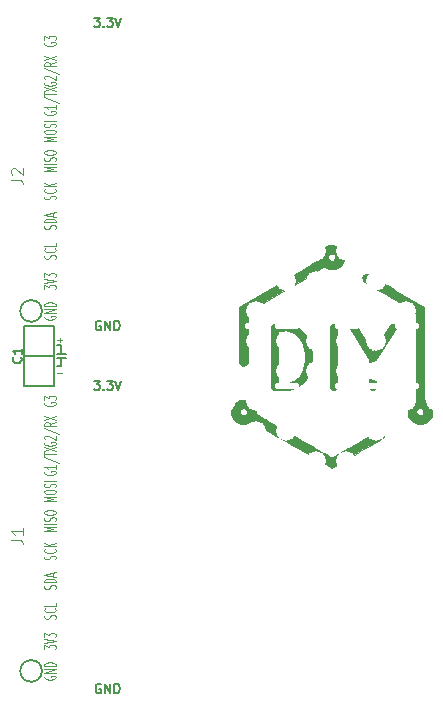
<source format=gbr>
%FSLAX46Y46*%
G04 Gerber Fmt 4.6, Leading zero omitted, Abs format (unit mm)*
G04 Created by KiCad (PCBNEW (2014-08-29 BZR 5106)-product) date Thu 16 Oct 2014 04:24:20 PM PDT*
%MOMM*%
G01*
G04 APERTURE LIST*
%ADD10C,0.100000*%
%ADD11C,0.700000*%
%ADD12C,0.177800*%
%ADD13C,0.125000*%
%ADD14C,0.200000*%
%ADD15C,0.150000*%
%ADD16C,0.127000*%
%ADD17C,1.676400*%
%ADD18R,2.184400X2.184400*%
%ADD19O,2.184400X2.184400*%
%ADD20C,0.254000*%
G04 APERTURE END LIST*
D10*
D11*
X124135143Y-100432905D02*
X124135143Y-95432905D01*
X125325619Y-95432905D01*
X126039905Y-95671000D01*
X126516096Y-96147190D01*
X126754191Y-96623381D01*
X126992286Y-97575762D01*
X126992286Y-98290048D01*
X126754191Y-99242429D01*
X126516096Y-99718619D01*
X126039905Y-100194810D01*
X125325619Y-100432905D01*
X124135143Y-100432905D01*
X129135143Y-100432905D02*
X129135143Y-95432905D01*
X132468476Y-98051952D02*
X132468476Y-100432905D01*
X130801809Y-95432905D02*
X132468476Y-98051952D01*
X134135143Y-95432905D01*
D12*
X109401428Y-125603000D02*
X109328857Y-125566714D01*
X109220000Y-125566714D01*
X109111143Y-125603000D01*
X109038571Y-125675571D01*
X109002286Y-125748143D01*
X108966000Y-125893286D01*
X108966000Y-126002143D01*
X109002286Y-126147286D01*
X109038571Y-126219857D01*
X109111143Y-126292429D01*
X109220000Y-126328714D01*
X109292571Y-126328714D01*
X109401428Y-126292429D01*
X109437714Y-126256143D01*
X109437714Y-126002143D01*
X109292571Y-126002143D01*
X109764286Y-126328714D02*
X109764286Y-125566714D01*
X110199714Y-126328714D01*
X110199714Y-125566714D01*
X110562572Y-126328714D02*
X110562572Y-125566714D01*
X110744000Y-125566714D01*
X110852857Y-125603000D01*
X110925429Y-125675571D01*
X110961714Y-125748143D01*
X110998000Y-125893286D01*
X110998000Y-126002143D01*
X110961714Y-126147286D01*
X110925429Y-126219857D01*
X110852857Y-126292429D01*
X110744000Y-126328714D01*
X110562572Y-126328714D01*
X108857143Y-99912714D02*
X109328857Y-99912714D01*
X109074857Y-100203000D01*
X109183715Y-100203000D01*
X109256286Y-100239286D01*
X109292572Y-100275571D01*
X109328857Y-100348143D01*
X109328857Y-100529571D01*
X109292572Y-100602143D01*
X109256286Y-100638429D01*
X109183715Y-100674714D01*
X108966000Y-100674714D01*
X108893429Y-100638429D01*
X108857143Y-100602143D01*
X109655429Y-100602143D02*
X109691714Y-100638429D01*
X109655429Y-100674714D01*
X109619143Y-100638429D01*
X109655429Y-100602143D01*
X109655429Y-100674714D01*
X109945714Y-99912714D02*
X110417428Y-99912714D01*
X110163428Y-100203000D01*
X110272286Y-100203000D01*
X110344857Y-100239286D01*
X110381143Y-100275571D01*
X110417428Y-100348143D01*
X110417428Y-100529571D01*
X110381143Y-100602143D01*
X110344857Y-100638429D01*
X110272286Y-100674714D01*
X110054571Y-100674714D01*
X109982000Y-100638429D01*
X109945714Y-100602143D01*
X110635142Y-99912714D02*
X110889142Y-100674714D01*
X111143142Y-99912714D01*
X109401428Y-94869000D02*
X109328857Y-94832714D01*
X109220000Y-94832714D01*
X109111143Y-94869000D01*
X109038571Y-94941571D01*
X109002286Y-95014143D01*
X108966000Y-95159286D01*
X108966000Y-95268143D01*
X109002286Y-95413286D01*
X109038571Y-95485857D01*
X109111143Y-95558429D01*
X109220000Y-95594714D01*
X109292571Y-95594714D01*
X109401428Y-95558429D01*
X109437714Y-95522143D01*
X109437714Y-95268143D01*
X109292571Y-95268143D01*
X109764286Y-95594714D02*
X109764286Y-94832714D01*
X110199714Y-95594714D01*
X110199714Y-94832714D01*
X110562572Y-95594714D02*
X110562572Y-94832714D01*
X110744000Y-94832714D01*
X110852857Y-94869000D01*
X110925429Y-94941571D01*
X110961714Y-95014143D01*
X110998000Y-95159286D01*
X110998000Y-95268143D01*
X110961714Y-95413286D01*
X110925429Y-95485857D01*
X110852857Y-95558429D01*
X110744000Y-95594714D01*
X110562572Y-95594714D01*
X108857143Y-69178714D02*
X109328857Y-69178714D01*
X109074857Y-69469000D01*
X109183715Y-69469000D01*
X109256286Y-69505286D01*
X109292572Y-69541571D01*
X109328857Y-69614143D01*
X109328857Y-69795571D01*
X109292572Y-69868143D01*
X109256286Y-69904429D01*
X109183715Y-69940714D01*
X108966000Y-69940714D01*
X108893429Y-69904429D01*
X108857143Y-69868143D01*
X109655429Y-69868143D02*
X109691714Y-69904429D01*
X109655429Y-69940714D01*
X109619143Y-69904429D01*
X109655429Y-69868143D01*
X109655429Y-69940714D01*
X109945714Y-69178714D02*
X110417428Y-69178714D01*
X110163428Y-69469000D01*
X110272286Y-69469000D01*
X110344857Y-69505286D01*
X110381143Y-69541571D01*
X110417428Y-69614143D01*
X110417428Y-69795571D01*
X110381143Y-69868143D01*
X110344857Y-69904429D01*
X110272286Y-69940714D01*
X110054571Y-69940714D01*
X109982000Y-69904429D01*
X109945714Y-69868143D01*
X110635142Y-69178714D02*
X110889142Y-69940714D01*
X111143142Y-69178714D01*
D13*
X106108476Y-99222714D02*
X105727524Y-99222714D01*
X106108476Y-96428714D02*
X105727524Y-96428714D01*
X105918000Y-96619190D02*
X105918000Y-96238238D01*
D14*
X106045000Y-96901000D02*
X105664000Y-96901000D01*
X106045000Y-98679000D02*
X105664000Y-98679000D01*
X106045000Y-98044000D02*
X106045000Y-98679000D01*
X105664000Y-97980500D02*
X106426000Y-97980500D01*
X106045000Y-96901000D02*
X106045000Y-97536000D01*
X105664000Y-97599500D02*
X106426000Y-97599500D01*
D15*
X104420810Y-124460000D02*
G75*
G03X104420810Y-124460000I-915810J0D01*
G74*
G01*
X104420810Y-93980000D02*
G75*
G03X104420810Y-93980000I-915810J0D01*
G74*
G01*
X102870000Y-97790000D02*
X105410000Y-97790000D01*
X102870000Y-100330000D02*
X105410000Y-100330000D01*
X105410000Y-100330000D02*
X105410000Y-97790000D01*
X105410000Y-97790000D02*
X105410000Y-95250000D01*
X105410000Y-95250000D02*
X102870000Y-95250000D01*
X102870000Y-95250000D02*
X102870000Y-100330000D01*
D10*
G36*
X133412294Y-104418788D02*
X133409678Y-104528890D01*
X133374814Y-104623789D01*
X133304477Y-104711807D01*
X133295515Y-104720412D01*
X133270687Y-104737687D01*
X133214147Y-104773131D01*
X133128076Y-104825462D01*
X133014656Y-104893399D01*
X132876066Y-104975660D01*
X132714488Y-105070964D01*
X132532102Y-105178030D01*
X132331090Y-105295576D01*
X132113632Y-105422321D01*
X131881908Y-105556982D01*
X131638101Y-105698280D01*
X131384389Y-105844932D01*
X131239846Y-105928314D01*
X130979920Y-106078182D01*
X130727507Y-106223781D01*
X130484896Y-106363789D01*
X130254377Y-106496880D01*
X130038241Y-106621731D01*
X129838776Y-106737017D01*
X129658272Y-106841415D01*
X129499020Y-106933600D01*
X129363309Y-107012248D01*
X129253429Y-107076036D01*
X129171670Y-107123638D01*
X129120321Y-107153732D01*
X129106637Y-107161877D01*
X129040527Y-107200700D01*
X128986954Y-107230106D01*
X128954776Y-107245305D01*
X128950329Y-107246386D01*
X128927575Y-107236778D01*
X128879850Y-107211198D01*
X128815442Y-107174191D01*
X128778000Y-107151875D01*
X128743825Y-107131697D01*
X128677724Y-107093102D01*
X128581616Y-107037200D01*
X128457423Y-106965103D01*
X128307065Y-106877922D01*
X128132462Y-106776769D01*
X127935534Y-106662756D01*
X127718203Y-106536993D01*
X127482388Y-106400592D01*
X127230011Y-106254665D01*
X126962991Y-106100322D01*
X126683249Y-105938675D01*
X126392705Y-105770836D01*
X126093280Y-105597917D01*
X125886308Y-105478417D01*
X125465771Y-105235602D01*
X125077827Y-105011532D01*
X124721201Y-104805459D01*
X124394618Y-104616637D01*
X124096802Y-104444319D01*
X123826477Y-104287758D01*
X123582370Y-104146208D01*
X123363203Y-104018921D01*
X123167702Y-103905151D01*
X122994591Y-103804150D01*
X122842596Y-103715173D01*
X122710439Y-103637471D01*
X122596847Y-103570299D01*
X122500544Y-103512910D01*
X122420254Y-103464556D01*
X122354702Y-103424491D01*
X122302612Y-103391968D01*
X122262710Y-103366240D01*
X122233720Y-103346561D01*
X122214366Y-103332183D01*
X122203373Y-103322359D01*
X122202316Y-103321174D01*
X122180459Y-103299753D01*
X122159611Y-103299852D01*
X122126185Y-103323284D01*
X122114393Y-103332900D01*
X121967141Y-103429263D01*
X121797084Y-103497287D01*
X121778858Y-103500963D01*
X121778858Y-102504304D01*
X121762373Y-102404692D01*
X121740587Y-102357057D01*
X121694280Y-102304086D01*
X121625321Y-102255143D01*
X121549211Y-102219317D01*
X121482414Y-102205693D01*
X121435457Y-102214155D01*
X121374386Y-102235440D01*
X121350521Y-102246156D01*
X121267090Y-102304672D01*
X121213100Y-102380125D01*
X121186982Y-102465679D01*
X121187165Y-102554497D01*
X121212078Y-102639743D01*
X121260150Y-102714579D01*
X121329810Y-102772170D01*
X121419488Y-102805678D01*
X121480385Y-102811385D01*
X121578047Y-102796934D01*
X121637631Y-102767357D01*
X121714239Y-102694596D01*
X121762064Y-102603926D01*
X121778858Y-102504304D01*
X121778858Y-103500963D01*
X121610283Y-103534971D01*
X121480385Y-103542250D01*
X121283976Y-103527061D01*
X121107881Y-103480089D01*
X120946993Y-103399227D01*
X120796203Y-103282366D01*
X120755325Y-103243137D01*
X120624133Y-103086539D01*
X120528947Y-102915788D01*
X120470377Y-102732475D01*
X120449029Y-102538188D01*
X120451566Y-102449923D01*
X120481918Y-102251498D01*
X120545137Y-102072450D01*
X120643133Y-101908597D01*
X120761379Y-101771929D01*
X120912269Y-101647844D01*
X121082153Y-101557442D01*
X121268685Y-101501671D01*
X121469519Y-101481479D01*
X121480385Y-101481420D01*
X121682237Y-101499408D01*
X121869367Y-101553530D01*
X122041083Y-101643500D01*
X122196694Y-101769034D01*
X122209491Y-101781671D01*
X122336962Y-101935825D01*
X122431327Y-102107560D01*
X122490827Y-102292399D01*
X122513701Y-102485862D01*
X122512786Y-102553590D01*
X122506154Y-102693923D01*
X122580793Y-102723736D01*
X122617016Y-102741410D01*
X122681595Y-102776249D01*
X122769366Y-102825330D01*
X122875167Y-102885731D01*
X122993834Y-102954530D01*
X123120203Y-103028805D01*
X123127870Y-103033344D01*
X123222706Y-103089249D01*
X123343959Y-103160302D01*
X123489531Y-103245293D01*
X123657327Y-103343013D01*
X123845250Y-103452254D01*
X124051204Y-103571807D01*
X124273093Y-103700464D01*
X124508821Y-103837014D01*
X124756291Y-103980251D01*
X125013407Y-104128965D01*
X125278073Y-104281947D01*
X125548193Y-104437989D01*
X125821670Y-104595881D01*
X126096408Y-104754416D01*
X126370311Y-104912384D01*
X126641283Y-105068577D01*
X126907227Y-105221786D01*
X127166047Y-105370802D01*
X127415647Y-105514417D01*
X127653930Y-105651421D01*
X127878802Y-105780607D01*
X128088164Y-105900765D01*
X128279921Y-106010686D01*
X128451977Y-106109162D01*
X128602235Y-106194984D01*
X128728599Y-106266944D01*
X128828973Y-106323832D01*
X128901261Y-106364441D01*
X128943366Y-106387560D01*
X128953846Y-106392699D01*
X128972992Y-106383036D01*
X129023806Y-106355013D01*
X129104143Y-106309857D01*
X129211859Y-106248797D01*
X129344809Y-106173060D01*
X129500848Y-106083875D01*
X129677832Y-105982470D01*
X129873616Y-105870072D01*
X130086056Y-105747909D01*
X130313006Y-105617210D01*
X130552322Y-105479203D01*
X130801860Y-105335116D01*
X130907693Y-105273951D01*
X131161707Y-105127137D01*
X131406935Y-104985456D01*
X131641175Y-104850176D01*
X131862229Y-104722566D01*
X132067899Y-104603892D01*
X132255986Y-104495422D01*
X132424289Y-104398423D01*
X132570611Y-104314164D01*
X132692753Y-104243912D01*
X132788516Y-104188934D01*
X132855700Y-104150498D01*
X132892106Y-104129872D01*
X132897460Y-104126943D01*
X132976435Y-104103023D01*
X133071469Y-104098453D01*
X133165083Y-104112529D01*
X133233508Y-104140457D01*
X133327414Y-104218141D01*
X133387111Y-104314450D01*
X133412294Y-104418788D01*
X133412294Y-104418788D01*
X133412294Y-104418788D01*
G37*
X133412294Y-104418788D02*
X133409678Y-104528890D01*
X133374814Y-104623789D01*
X133304477Y-104711807D01*
X133295515Y-104720412D01*
X133270687Y-104737687D01*
X133214147Y-104773131D01*
X133128076Y-104825462D01*
X133014656Y-104893399D01*
X132876066Y-104975660D01*
X132714488Y-105070964D01*
X132532102Y-105178030D01*
X132331090Y-105295576D01*
X132113632Y-105422321D01*
X131881908Y-105556982D01*
X131638101Y-105698280D01*
X131384389Y-105844932D01*
X131239846Y-105928314D01*
X130979920Y-106078182D01*
X130727507Y-106223781D01*
X130484896Y-106363789D01*
X130254377Y-106496880D01*
X130038241Y-106621731D01*
X129838776Y-106737017D01*
X129658272Y-106841415D01*
X129499020Y-106933600D01*
X129363309Y-107012248D01*
X129253429Y-107076036D01*
X129171670Y-107123638D01*
X129120321Y-107153732D01*
X129106637Y-107161877D01*
X129040527Y-107200700D01*
X128986954Y-107230106D01*
X128954776Y-107245305D01*
X128950329Y-107246386D01*
X128927575Y-107236778D01*
X128879850Y-107211198D01*
X128815442Y-107174191D01*
X128778000Y-107151875D01*
X128743825Y-107131697D01*
X128677724Y-107093102D01*
X128581616Y-107037200D01*
X128457423Y-106965103D01*
X128307065Y-106877922D01*
X128132462Y-106776769D01*
X127935534Y-106662756D01*
X127718203Y-106536993D01*
X127482388Y-106400592D01*
X127230011Y-106254665D01*
X126962991Y-106100322D01*
X126683249Y-105938675D01*
X126392705Y-105770836D01*
X126093280Y-105597917D01*
X125886308Y-105478417D01*
X125465771Y-105235602D01*
X125077827Y-105011532D01*
X124721201Y-104805459D01*
X124394618Y-104616637D01*
X124096802Y-104444319D01*
X123826477Y-104287758D01*
X123582370Y-104146208D01*
X123363203Y-104018921D01*
X123167702Y-103905151D01*
X122994591Y-103804150D01*
X122842596Y-103715173D01*
X122710439Y-103637471D01*
X122596847Y-103570299D01*
X122500544Y-103512910D01*
X122420254Y-103464556D01*
X122354702Y-103424491D01*
X122302612Y-103391968D01*
X122262710Y-103366240D01*
X122233720Y-103346561D01*
X122214366Y-103332183D01*
X122203373Y-103322359D01*
X122202316Y-103321174D01*
X122180459Y-103299753D01*
X122159611Y-103299852D01*
X122126185Y-103323284D01*
X122114393Y-103332900D01*
X121967141Y-103429263D01*
X121797084Y-103497287D01*
X121778858Y-103500963D01*
X121778858Y-102504304D01*
X121762373Y-102404692D01*
X121740587Y-102357057D01*
X121694280Y-102304086D01*
X121625321Y-102255143D01*
X121549211Y-102219317D01*
X121482414Y-102205693D01*
X121435457Y-102214155D01*
X121374386Y-102235440D01*
X121350521Y-102246156D01*
X121267090Y-102304672D01*
X121213100Y-102380125D01*
X121186982Y-102465679D01*
X121187165Y-102554497D01*
X121212078Y-102639743D01*
X121260150Y-102714579D01*
X121329810Y-102772170D01*
X121419488Y-102805678D01*
X121480385Y-102811385D01*
X121578047Y-102796934D01*
X121637631Y-102767357D01*
X121714239Y-102694596D01*
X121762064Y-102603926D01*
X121778858Y-102504304D01*
X121778858Y-103500963D01*
X121610283Y-103534971D01*
X121480385Y-103542250D01*
X121283976Y-103527061D01*
X121107881Y-103480089D01*
X120946993Y-103399227D01*
X120796203Y-103282366D01*
X120755325Y-103243137D01*
X120624133Y-103086539D01*
X120528947Y-102915788D01*
X120470377Y-102732475D01*
X120449029Y-102538188D01*
X120451566Y-102449923D01*
X120481918Y-102251498D01*
X120545137Y-102072450D01*
X120643133Y-101908597D01*
X120761379Y-101771929D01*
X120912269Y-101647844D01*
X121082153Y-101557442D01*
X121268685Y-101501671D01*
X121469519Y-101481479D01*
X121480385Y-101481420D01*
X121682237Y-101499408D01*
X121869367Y-101553530D01*
X122041083Y-101643500D01*
X122196694Y-101769034D01*
X122209491Y-101781671D01*
X122336962Y-101935825D01*
X122431327Y-102107560D01*
X122490827Y-102292399D01*
X122513701Y-102485862D01*
X122512786Y-102553590D01*
X122506154Y-102693923D01*
X122580793Y-102723736D01*
X122617016Y-102741410D01*
X122681595Y-102776249D01*
X122769366Y-102825330D01*
X122875167Y-102885731D01*
X122993834Y-102954530D01*
X123120203Y-103028805D01*
X123127870Y-103033344D01*
X123222706Y-103089249D01*
X123343959Y-103160302D01*
X123489531Y-103245293D01*
X123657327Y-103343013D01*
X123845250Y-103452254D01*
X124051204Y-103571807D01*
X124273093Y-103700464D01*
X124508821Y-103837014D01*
X124756291Y-103980251D01*
X125013407Y-104128965D01*
X125278073Y-104281947D01*
X125548193Y-104437989D01*
X125821670Y-104595881D01*
X126096408Y-104754416D01*
X126370311Y-104912384D01*
X126641283Y-105068577D01*
X126907227Y-105221786D01*
X127166047Y-105370802D01*
X127415647Y-105514417D01*
X127653930Y-105651421D01*
X127878802Y-105780607D01*
X128088164Y-105900765D01*
X128279921Y-106010686D01*
X128451977Y-106109162D01*
X128602235Y-106194984D01*
X128728599Y-106266944D01*
X128828973Y-106323832D01*
X128901261Y-106364441D01*
X128943366Y-106387560D01*
X128953846Y-106392699D01*
X128972992Y-106383036D01*
X129023806Y-106355013D01*
X129104143Y-106309857D01*
X129211859Y-106248797D01*
X129344809Y-106173060D01*
X129500848Y-106083875D01*
X129677832Y-105982470D01*
X129873616Y-105870072D01*
X130086056Y-105747909D01*
X130313006Y-105617210D01*
X130552322Y-105479203D01*
X130801860Y-105335116D01*
X130907693Y-105273951D01*
X131161707Y-105127137D01*
X131406935Y-104985456D01*
X131641175Y-104850176D01*
X131862229Y-104722566D01*
X132067899Y-104603892D01*
X132255986Y-104495422D01*
X132424289Y-104398423D01*
X132570611Y-104314164D01*
X132692753Y-104243912D01*
X132788516Y-104188934D01*
X132855700Y-104150498D01*
X132892106Y-104129872D01*
X132897460Y-104126943D01*
X132976435Y-104103023D01*
X133071469Y-104098453D01*
X133165083Y-104112529D01*
X133233508Y-104140457D01*
X133327414Y-104218141D01*
X133387111Y-104314450D01*
X133412294Y-104418788D01*
X133412294Y-104418788D01*
G36*
X137451289Y-102492606D02*
X137444757Y-102641309D01*
X137422641Y-102777878D01*
X137407040Y-102833044D01*
X137325390Y-103017256D01*
X137212451Y-103179844D01*
X137071458Y-103317493D01*
X136905645Y-103426886D01*
X136768341Y-103487887D01*
X136715649Y-103502564D01*
X136715649Y-102541180D01*
X136709724Y-102437101D01*
X136674605Y-102350822D01*
X136616688Y-102284003D01*
X136542369Y-102238303D01*
X136458042Y-102215384D01*
X136370103Y-102216904D01*
X136284947Y-102244524D01*
X136208969Y-102299905D01*
X136148565Y-102384706D01*
X136144542Y-102392926D01*
X136118410Y-102487164D01*
X136125910Y-102577939D01*
X136161625Y-102660274D01*
X136220140Y-102729194D01*
X136296040Y-102779720D01*
X136383907Y-102806877D01*
X136478327Y-102805687D01*
X136562688Y-102777162D01*
X136644200Y-102717182D01*
X136694926Y-102634724D01*
X136715649Y-102541180D01*
X136715649Y-103502564D01*
X136685695Y-103510908D01*
X136583183Y-103529513D01*
X136474809Y-103542117D01*
X136374574Y-103547134D01*
X136296483Y-103542977D01*
X136290539Y-103542015D01*
X136087030Y-103488650D01*
X135903429Y-103404735D01*
X135742932Y-103292401D01*
X135608734Y-103153781D01*
X135526147Y-103031896D01*
X135445984Y-102853516D01*
X135401099Y-102664115D01*
X135391510Y-102469524D01*
X135417240Y-102275576D01*
X135478310Y-102088103D01*
X135522434Y-101998015D01*
X135582314Y-101910409D01*
X135666198Y-101815307D01*
X135763300Y-101723008D01*
X135862835Y-101643811D01*
X135949444Y-101590280D01*
X136065846Y-101531713D01*
X136060903Y-97829126D01*
X136060359Y-97451491D01*
X136059753Y-97084247D01*
X136059092Y-96729309D01*
X136058380Y-96388591D01*
X136057626Y-96064008D01*
X136056835Y-95757473D01*
X136056014Y-95470902D01*
X136055169Y-95206208D01*
X136054307Y-94965305D01*
X136053435Y-94750109D01*
X136052558Y-94562533D01*
X136051683Y-94404491D01*
X136050817Y-94277899D01*
X136049966Y-94184669D01*
X136049137Y-94126717D01*
X136048347Y-94105985D01*
X136030941Y-94093633D01*
X135981933Y-94062489D01*
X135903301Y-94013744D01*
X135797022Y-93948595D01*
X135665071Y-93868234D01*
X135509426Y-93773858D01*
X135332063Y-93666659D01*
X135134960Y-93547832D01*
X134920093Y-93418571D01*
X134689438Y-93280071D01*
X134444973Y-93133527D01*
X134188674Y-92980132D01*
X133922519Y-92821080D01*
X133849811Y-92777672D01*
X133526402Y-92584543D01*
X133234999Y-92410325D01*
X132973983Y-92254018D01*
X132741734Y-92114626D01*
X132536632Y-91991150D01*
X132357059Y-91882593D01*
X132201395Y-91787956D01*
X132068020Y-91706242D01*
X131955316Y-91636452D01*
X131861662Y-91577589D01*
X131785439Y-91528654D01*
X131725027Y-91488651D01*
X131678808Y-91456580D01*
X131645162Y-91431444D01*
X131622469Y-91412245D01*
X131609111Y-91397985D01*
X131607657Y-91395988D01*
X131567873Y-91312609D01*
X131545603Y-91212076D01*
X131544353Y-91113716D01*
X131550360Y-91079957D01*
X131576648Y-91024718D01*
X131624412Y-90961437D01*
X131682274Y-90903231D01*
X131737965Y-90863674D01*
X131804844Y-90842307D01*
X131889641Y-90832249D01*
X131972446Y-90835002D01*
X132011616Y-90843029D01*
X132033922Y-90854666D01*
X132087823Y-90885207D01*
X132171371Y-90933503D01*
X132282623Y-90998405D01*
X132419632Y-91078764D01*
X132580454Y-91173431D01*
X132763142Y-91281256D01*
X132965752Y-91401091D01*
X133186339Y-91531787D01*
X133422956Y-91672193D01*
X133673659Y-91821162D01*
X133936502Y-91977544D01*
X134209540Y-92140190D01*
X134419919Y-92265641D01*
X136779376Y-93673241D01*
X136774303Y-97602428D01*
X136769231Y-101531616D01*
X136897764Y-101594672D01*
X137048456Y-101689271D01*
X137183502Y-101814844D01*
X137297288Y-101964602D01*
X137384198Y-102131750D01*
X137416610Y-102222311D01*
X137441990Y-102347647D01*
X137451289Y-102492606D01*
X137451289Y-102492606D01*
X137451289Y-102492606D01*
G37*
X137451289Y-102492606D02*
X137444757Y-102641309D01*
X137422641Y-102777878D01*
X137407040Y-102833044D01*
X137325390Y-103017256D01*
X137212451Y-103179844D01*
X137071458Y-103317493D01*
X136905645Y-103426886D01*
X136768341Y-103487887D01*
X136715649Y-103502564D01*
X136715649Y-102541180D01*
X136709724Y-102437101D01*
X136674605Y-102350822D01*
X136616688Y-102284003D01*
X136542369Y-102238303D01*
X136458042Y-102215384D01*
X136370103Y-102216904D01*
X136284947Y-102244524D01*
X136208969Y-102299905D01*
X136148565Y-102384706D01*
X136144542Y-102392926D01*
X136118410Y-102487164D01*
X136125910Y-102577939D01*
X136161625Y-102660274D01*
X136220140Y-102729194D01*
X136296040Y-102779720D01*
X136383907Y-102806877D01*
X136478327Y-102805687D01*
X136562688Y-102777162D01*
X136644200Y-102717182D01*
X136694926Y-102634724D01*
X136715649Y-102541180D01*
X136715649Y-103502564D01*
X136685695Y-103510908D01*
X136583183Y-103529513D01*
X136474809Y-103542117D01*
X136374574Y-103547134D01*
X136296483Y-103542977D01*
X136290539Y-103542015D01*
X136087030Y-103488650D01*
X135903429Y-103404735D01*
X135742932Y-103292401D01*
X135608734Y-103153781D01*
X135526147Y-103031896D01*
X135445984Y-102853516D01*
X135401099Y-102664115D01*
X135391510Y-102469524D01*
X135417240Y-102275576D01*
X135478310Y-102088103D01*
X135522434Y-101998015D01*
X135582314Y-101910409D01*
X135666198Y-101815307D01*
X135763300Y-101723008D01*
X135862835Y-101643811D01*
X135949444Y-101590280D01*
X136065846Y-101531713D01*
X136060903Y-97829126D01*
X136060359Y-97451491D01*
X136059753Y-97084247D01*
X136059092Y-96729309D01*
X136058380Y-96388591D01*
X136057626Y-96064008D01*
X136056835Y-95757473D01*
X136056014Y-95470902D01*
X136055169Y-95206208D01*
X136054307Y-94965305D01*
X136053435Y-94750109D01*
X136052558Y-94562533D01*
X136051683Y-94404491D01*
X136050817Y-94277899D01*
X136049966Y-94184669D01*
X136049137Y-94126717D01*
X136048347Y-94105985D01*
X136030941Y-94093633D01*
X135981933Y-94062489D01*
X135903301Y-94013744D01*
X135797022Y-93948595D01*
X135665071Y-93868234D01*
X135509426Y-93773858D01*
X135332063Y-93666659D01*
X135134960Y-93547832D01*
X134920093Y-93418571D01*
X134689438Y-93280071D01*
X134444973Y-93133527D01*
X134188674Y-92980132D01*
X133922519Y-92821080D01*
X133849811Y-92777672D01*
X133526402Y-92584543D01*
X133234999Y-92410325D01*
X132973983Y-92254018D01*
X132741734Y-92114626D01*
X132536632Y-91991150D01*
X132357059Y-91882593D01*
X132201395Y-91787956D01*
X132068020Y-91706242D01*
X131955316Y-91636452D01*
X131861662Y-91577589D01*
X131785439Y-91528654D01*
X131725027Y-91488651D01*
X131678808Y-91456580D01*
X131645162Y-91431444D01*
X131622469Y-91412245D01*
X131609111Y-91397985D01*
X131607657Y-91395988D01*
X131567873Y-91312609D01*
X131545603Y-91212076D01*
X131544353Y-91113716D01*
X131550360Y-91079957D01*
X131576648Y-91024718D01*
X131624412Y-90961437D01*
X131682274Y-90903231D01*
X131737965Y-90863674D01*
X131804844Y-90842307D01*
X131889641Y-90832249D01*
X131972446Y-90835002D01*
X132011616Y-90843029D01*
X132033922Y-90854666D01*
X132087823Y-90885207D01*
X132171371Y-90933503D01*
X132282623Y-90998405D01*
X132419632Y-91078764D01*
X132580454Y-91173431D01*
X132763142Y-91281256D01*
X132965752Y-91401091D01*
X133186339Y-91531787D01*
X133422956Y-91672193D01*
X133673659Y-91821162D01*
X133936502Y-91977544D01*
X134209540Y-92140190D01*
X134419919Y-92265641D01*
X136779376Y-93673241D01*
X136774303Y-97602428D01*
X136769231Y-101531616D01*
X136897764Y-101594672D01*
X137048456Y-101689271D01*
X137183502Y-101814844D01*
X137297288Y-101964602D01*
X137384198Y-102131750D01*
X137416610Y-102222311D01*
X137441990Y-102347647D01*
X137451289Y-102492606D01*
X137451289Y-102492606D01*
G36*
X129981554Y-89427539D02*
X129963047Y-89626397D01*
X129909340Y-89813029D01*
X129823158Y-89983632D01*
X129707226Y-90134407D01*
X129564268Y-90261551D01*
X129397007Y-90361265D01*
X129278117Y-90409046D01*
X129256371Y-90413950D01*
X129256371Y-89423432D01*
X129240118Y-89343656D01*
X129198250Y-89261816D01*
X129140001Y-89193529D01*
X129105317Y-89167978D01*
X129010830Y-89133969D01*
X128910256Y-89133450D01*
X128813519Y-89164268D01*
X128730541Y-89224268D01*
X128704045Y-89255122D01*
X128669544Y-89329030D01*
X128656111Y-89419622D01*
X128664840Y-89509993D01*
X128684111Y-89562919D01*
X128747905Y-89645707D01*
X128832483Y-89700282D01*
X128929607Y-89724603D01*
X129031041Y-89716626D01*
X129128548Y-89674312D01*
X129129882Y-89673442D01*
X129180367Y-89622950D01*
X129223463Y-89549776D01*
X129250881Y-89470302D01*
X129256371Y-89423432D01*
X129256371Y-90413950D01*
X129096925Y-90449912D01*
X128907725Y-90457119D01*
X128718744Y-90431946D01*
X128538210Y-90375672D01*
X128374350Y-90289577D01*
X128335475Y-90262452D01*
X128281810Y-90222776D01*
X128215537Y-90279426D01*
X128192135Y-90295133D01*
X128136834Y-90329797D01*
X128051322Y-90382404D01*
X127937290Y-90451937D01*
X127796424Y-90537381D01*
X127630414Y-90637722D01*
X127440949Y-90751945D01*
X127229716Y-90879033D01*
X126998406Y-91017973D01*
X126748705Y-91167748D01*
X126482303Y-91327343D01*
X126200889Y-91495744D01*
X125906151Y-91671935D01*
X125599777Y-91854901D01*
X125283457Y-92043626D01*
X125001386Y-92211770D01*
X121853509Y-94087462D01*
X121852133Y-96207385D01*
X121851897Y-96541206D01*
X121851621Y-96838196D01*
X121851265Y-97100600D01*
X121850790Y-97330665D01*
X121850155Y-97530636D01*
X121849322Y-97702760D01*
X121848252Y-97849280D01*
X121846903Y-97972445D01*
X121845238Y-98074499D01*
X121843215Y-98157687D01*
X121840796Y-98224257D01*
X121837942Y-98276454D01*
X121834612Y-98316522D01*
X121830767Y-98346709D01*
X121826367Y-98369261D01*
X121821373Y-98386421D01*
X121815745Y-98400438D01*
X121813406Y-98405462D01*
X121760831Y-98497566D01*
X121702159Y-98560867D01*
X121642547Y-98598737D01*
X121565518Y-98621831D01*
X121471995Y-98628187D01*
X121380899Y-98617582D01*
X121333846Y-98602353D01*
X121236760Y-98537764D01*
X121160278Y-98441602D01*
X121153324Y-98429318D01*
X121148151Y-98418151D01*
X121143521Y-98403207D01*
X121139406Y-98382380D01*
X121135775Y-98353565D01*
X121132598Y-98314655D01*
X121129845Y-98263544D01*
X121127486Y-98198126D01*
X121125491Y-98116295D01*
X121123829Y-98015945D01*
X121122471Y-97894969D01*
X121121386Y-97751263D01*
X121120545Y-97582719D01*
X121119917Y-97387232D01*
X121119473Y-97162695D01*
X121119181Y-96907003D01*
X121119013Y-96618050D01*
X121118937Y-96293728D01*
X121118923Y-96021849D01*
X121118923Y-93677312D01*
X124478558Y-91670794D01*
X124812280Y-91471553D01*
X125137334Y-91277626D01*
X125452108Y-91089969D01*
X125754991Y-90909539D01*
X126044370Y-90737291D01*
X126318632Y-90574181D01*
X126576166Y-90421166D01*
X126815359Y-90279202D01*
X127034600Y-90149244D01*
X127232275Y-90032250D01*
X127406772Y-89929173D01*
X127556480Y-89840972D01*
X127679785Y-89768602D01*
X127775076Y-89713018D01*
X127840741Y-89675178D01*
X127875167Y-89656037D01*
X127879939Y-89653799D01*
X127898742Y-89646598D01*
X127910829Y-89631429D01*
X127917645Y-89600896D01*
X127920636Y-89547602D01*
X127921247Y-89464151D01*
X127921210Y-89442622D01*
X127933936Y-89247648D01*
X127974849Y-89075725D01*
X128046566Y-88920352D01*
X128151704Y-88775029D01*
X128219248Y-88702479D01*
X128373153Y-88574148D01*
X128541371Y-88479696D01*
X128719446Y-88419146D01*
X128902922Y-88392524D01*
X129087340Y-88399854D01*
X129268246Y-88441162D01*
X129441180Y-88516471D01*
X129601688Y-88625807D01*
X129677029Y-88694382D01*
X129807378Y-88848714D01*
X129900846Y-89015058D01*
X129958422Y-89195801D01*
X129981098Y-89393326D01*
X129981554Y-89427539D01*
X129981554Y-89427539D01*
X129981554Y-89427539D01*
G37*
X129981554Y-89427539D02*
X129963047Y-89626397D01*
X129909340Y-89813029D01*
X129823158Y-89983632D01*
X129707226Y-90134407D01*
X129564268Y-90261551D01*
X129397007Y-90361265D01*
X129278117Y-90409046D01*
X129256371Y-90413950D01*
X129256371Y-89423432D01*
X129240118Y-89343656D01*
X129198250Y-89261816D01*
X129140001Y-89193529D01*
X129105317Y-89167978D01*
X129010830Y-89133969D01*
X128910256Y-89133450D01*
X128813519Y-89164268D01*
X128730541Y-89224268D01*
X128704045Y-89255122D01*
X128669544Y-89329030D01*
X128656111Y-89419622D01*
X128664840Y-89509993D01*
X128684111Y-89562919D01*
X128747905Y-89645707D01*
X128832483Y-89700282D01*
X128929607Y-89724603D01*
X129031041Y-89716626D01*
X129128548Y-89674312D01*
X129129882Y-89673442D01*
X129180367Y-89622950D01*
X129223463Y-89549776D01*
X129250881Y-89470302D01*
X129256371Y-89423432D01*
X129256371Y-90413950D01*
X129096925Y-90449912D01*
X128907725Y-90457119D01*
X128718744Y-90431946D01*
X128538210Y-90375672D01*
X128374350Y-90289577D01*
X128335475Y-90262452D01*
X128281810Y-90222776D01*
X128215537Y-90279426D01*
X128192135Y-90295133D01*
X128136834Y-90329797D01*
X128051322Y-90382404D01*
X127937290Y-90451937D01*
X127796424Y-90537381D01*
X127630414Y-90637722D01*
X127440949Y-90751945D01*
X127229716Y-90879033D01*
X126998406Y-91017973D01*
X126748705Y-91167748D01*
X126482303Y-91327343D01*
X126200889Y-91495744D01*
X125906151Y-91671935D01*
X125599777Y-91854901D01*
X125283457Y-92043626D01*
X125001386Y-92211770D01*
X121853509Y-94087462D01*
X121852133Y-96207385D01*
X121851897Y-96541206D01*
X121851621Y-96838196D01*
X121851265Y-97100600D01*
X121850790Y-97330665D01*
X121850155Y-97530636D01*
X121849322Y-97702760D01*
X121848252Y-97849280D01*
X121846903Y-97972445D01*
X121845238Y-98074499D01*
X121843215Y-98157687D01*
X121840796Y-98224257D01*
X121837942Y-98276454D01*
X121834612Y-98316522D01*
X121830767Y-98346709D01*
X121826367Y-98369261D01*
X121821373Y-98386421D01*
X121815745Y-98400438D01*
X121813406Y-98405462D01*
X121760831Y-98497566D01*
X121702159Y-98560867D01*
X121642547Y-98598737D01*
X121565518Y-98621831D01*
X121471995Y-98628187D01*
X121380899Y-98617582D01*
X121333846Y-98602353D01*
X121236760Y-98537764D01*
X121160278Y-98441602D01*
X121153324Y-98429318D01*
X121148151Y-98418151D01*
X121143521Y-98403207D01*
X121139406Y-98382380D01*
X121135775Y-98353565D01*
X121132598Y-98314655D01*
X121129845Y-98263544D01*
X121127486Y-98198126D01*
X121125491Y-98116295D01*
X121123829Y-98015945D01*
X121122471Y-97894969D01*
X121121386Y-97751263D01*
X121120545Y-97582719D01*
X121119917Y-97387232D01*
X121119473Y-97162695D01*
X121119181Y-96907003D01*
X121119013Y-96618050D01*
X121118937Y-96293728D01*
X121118923Y-96021849D01*
X121118923Y-93677312D01*
X124478558Y-91670794D01*
X124812280Y-91471553D01*
X125137334Y-91277626D01*
X125452108Y-91089969D01*
X125754991Y-90909539D01*
X126044370Y-90737291D01*
X126318632Y-90574181D01*
X126576166Y-90421166D01*
X126815359Y-90279202D01*
X127034600Y-90149244D01*
X127232275Y-90032250D01*
X127406772Y-89929173D01*
X127556480Y-89840972D01*
X127679785Y-89768602D01*
X127775076Y-89713018D01*
X127840741Y-89675178D01*
X127875167Y-89656037D01*
X127879939Y-89653799D01*
X127898742Y-89646598D01*
X127910829Y-89631429D01*
X127917645Y-89600896D01*
X127920636Y-89547602D01*
X127921247Y-89464151D01*
X127921210Y-89442622D01*
X127933936Y-89247648D01*
X127974849Y-89075725D01*
X128046566Y-88920352D01*
X128151704Y-88775029D01*
X128219248Y-88702479D01*
X128373153Y-88574148D01*
X128541371Y-88479696D01*
X128719446Y-88419146D01*
X128902922Y-88392524D01*
X129087340Y-88399854D01*
X129268246Y-88441162D01*
X129441180Y-88516471D01*
X129601688Y-88625807D01*
X129677029Y-88694382D01*
X129807378Y-88848714D01*
X129900846Y-89015058D01*
X129958422Y-89195801D01*
X129981098Y-89393326D01*
X129981554Y-89427539D01*
X129981554Y-89427539D01*
X101814381Y-113363333D02*
X102528667Y-113363333D01*
X102671524Y-113410953D01*
X102766762Y-113506191D01*
X102814381Y-113649048D01*
X102814381Y-113744286D01*
X102814381Y-112363333D02*
X102814381Y-112934762D01*
X102814381Y-112649048D02*
X101814381Y-112649048D01*
X101957238Y-112744286D01*
X102052476Y-112839524D01*
X102100095Y-112934762D01*
X104656000Y-101717857D02*
X104608381Y-101770238D01*
X104608381Y-101848810D01*
X104656000Y-101927381D01*
X104751238Y-101979762D01*
X104846476Y-102005953D01*
X105036952Y-102032143D01*
X105179810Y-102032143D01*
X105370286Y-102005953D01*
X105465524Y-101979762D01*
X105560762Y-101927381D01*
X105608381Y-101848810D01*
X105608381Y-101796429D01*
X105560762Y-101717857D01*
X105513143Y-101691667D01*
X105179810Y-101691667D01*
X105179810Y-101796429D01*
X104608381Y-101508334D02*
X104608381Y-101167857D01*
X104989333Y-101351191D01*
X104989333Y-101272619D01*
X105036952Y-101220238D01*
X105084571Y-101194048D01*
X105179810Y-101167857D01*
X105417905Y-101167857D01*
X105513143Y-101194048D01*
X105560762Y-101220238D01*
X105608381Y-101272619D01*
X105608381Y-101429762D01*
X105560762Y-101482143D01*
X105513143Y-101508334D01*
X104656000Y-105082857D02*
X104608381Y-105135238D01*
X104608381Y-105213810D01*
X104656000Y-105292381D01*
X104751238Y-105344762D01*
X104846476Y-105370953D01*
X105036952Y-105397143D01*
X105179810Y-105397143D01*
X105370286Y-105370953D01*
X105465524Y-105344762D01*
X105560762Y-105292381D01*
X105608381Y-105213810D01*
X105608381Y-105161429D01*
X105560762Y-105082857D01*
X105513143Y-105056667D01*
X105179810Y-105056667D01*
X105179810Y-105161429D01*
X104703619Y-104847143D02*
X104656000Y-104820953D01*
X104608381Y-104768572D01*
X104608381Y-104637619D01*
X104656000Y-104585238D01*
X104703619Y-104559048D01*
X104798857Y-104532857D01*
X104894095Y-104532857D01*
X105036952Y-104559048D01*
X105608381Y-104873334D01*
X105608381Y-104532857D01*
X104560762Y-103904285D02*
X105846476Y-104375714D01*
X105608381Y-103406667D02*
X105132190Y-103590000D01*
X105608381Y-103720953D02*
X104608381Y-103720953D01*
X104608381Y-103511429D01*
X104656000Y-103459048D01*
X104703619Y-103432857D01*
X104798857Y-103406667D01*
X104941714Y-103406667D01*
X105036952Y-103432857D01*
X105084571Y-103459048D01*
X105132190Y-103511429D01*
X105132190Y-103720953D01*
X104608381Y-103223334D02*
X105608381Y-102856667D01*
X104608381Y-102856667D02*
X105608381Y-103223334D01*
X104656000Y-107557381D02*
X104608381Y-107609762D01*
X104608381Y-107688334D01*
X104656000Y-107766905D01*
X104751238Y-107819286D01*
X104846476Y-107845477D01*
X105036952Y-107871667D01*
X105179810Y-107871667D01*
X105370286Y-107845477D01*
X105465524Y-107819286D01*
X105560762Y-107766905D01*
X105608381Y-107688334D01*
X105608381Y-107635953D01*
X105560762Y-107557381D01*
X105513143Y-107531191D01*
X105179810Y-107531191D01*
X105179810Y-107635953D01*
X105608381Y-107007381D02*
X105608381Y-107321667D01*
X105608381Y-107164524D02*
X104608381Y-107164524D01*
X104751238Y-107216905D01*
X104846476Y-107269286D01*
X104894095Y-107321667D01*
X104560762Y-106378809D02*
X105846476Y-106850238D01*
X104608381Y-106274048D02*
X104608381Y-105959762D01*
X105608381Y-106116905D02*
X104608381Y-106116905D01*
X104608381Y-105828810D02*
X105608381Y-105462143D01*
X104608381Y-105462143D02*
X105608381Y-105828810D01*
X105608381Y-110084286D02*
X104608381Y-110084286D01*
X105322667Y-109900952D01*
X104608381Y-109717619D01*
X105608381Y-109717619D01*
X104608381Y-109350953D02*
X104608381Y-109246191D01*
X104656000Y-109193810D01*
X104751238Y-109141429D01*
X104941714Y-109115238D01*
X105275048Y-109115238D01*
X105465524Y-109141429D01*
X105560762Y-109193810D01*
X105608381Y-109246191D01*
X105608381Y-109350953D01*
X105560762Y-109403334D01*
X105465524Y-109455715D01*
X105275048Y-109481905D01*
X104941714Y-109481905D01*
X104751238Y-109455715D01*
X104656000Y-109403334D01*
X104608381Y-109350953D01*
X105560762Y-108905715D02*
X105608381Y-108827144D01*
X105608381Y-108696191D01*
X105560762Y-108643810D01*
X105513143Y-108617620D01*
X105417905Y-108591429D01*
X105322667Y-108591429D01*
X105227429Y-108617620D01*
X105179810Y-108643810D01*
X105132190Y-108696191D01*
X105084571Y-108800953D01*
X105036952Y-108853334D01*
X104989333Y-108879525D01*
X104894095Y-108905715D01*
X104798857Y-108905715D01*
X104703619Y-108879525D01*
X104656000Y-108853334D01*
X104608381Y-108800953D01*
X104608381Y-108670001D01*
X104656000Y-108591429D01*
X105608381Y-108355715D02*
X104608381Y-108355715D01*
X105608381Y-112624286D02*
X104608381Y-112624286D01*
X105322667Y-112440952D01*
X104608381Y-112257619D01*
X105608381Y-112257619D01*
X105608381Y-111995715D02*
X104608381Y-111995715D01*
X105560762Y-111760000D02*
X105608381Y-111681429D01*
X105608381Y-111550476D01*
X105560762Y-111498095D01*
X105513143Y-111471905D01*
X105417905Y-111445714D01*
X105322667Y-111445714D01*
X105227429Y-111471905D01*
X105179810Y-111498095D01*
X105132190Y-111550476D01*
X105084571Y-111655238D01*
X105036952Y-111707619D01*
X104989333Y-111733810D01*
X104894095Y-111760000D01*
X104798857Y-111760000D01*
X104703619Y-111733810D01*
X104656000Y-111707619D01*
X104608381Y-111655238D01*
X104608381Y-111524286D01*
X104656000Y-111445714D01*
X104608381Y-111105238D02*
X104608381Y-111000476D01*
X104656000Y-110948095D01*
X104751238Y-110895714D01*
X104941714Y-110869523D01*
X105275048Y-110869523D01*
X105465524Y-110895714D01*
X105560762Y-110948095D01*
X105608381Y-111000476D01*
X105608381Y-111105238D01*
X105560762Y-111157619D01*
X105465524Y-111210000D01*
X105275048Y-111236190D01*
X104941714Y-111236190D01*
X104751238Y-111210000D01*
X104656000Y-111157619D01*
X104608381Y-111105238D01*
X105560762Y-115007143D02*
X105608381Y-114928572D01*
X105608381Y-114797619D01*
X105560762Y-114745238D01*
X105513143Y-114719048D01*
X105417905Y-114692857D01*
X105322667Y-114692857D01*
X105227429Y-114719048D01*
X105179810Y-114745238D01*
X105132190Y-114797619D01*
X105084571Y-114902381D01*
X105036952Y-114954762D01*
X104989333Y-114980953D01*
X104894095Y-115007143D01*
X104798857Y-115007143D01*
X104703619Y-114980953D01*
X104656000Y-114954762D01*
X104608381Y-114902381D01*
X104608381Y-114771429D01*
X104656000Y-114692857D01*
X105513143Y-114142857D02*
X105560762Y-114169047D01*
X105608381Y-114247619D01*
X105608381Y-114300000D01*
X105560762Y-114378571D01*
X105465524Y-114430952D01*
X105370286Y-114457143D01*
X105179810Y-114483333D01*
X105036952Y-114483333D01*
X104846476Y-114457143D01*
X104751238Y-114430952D01*
X104656000Y-114378571D01*
X104608381Y-114300000D01*
X104608381Y-114247619D01*
X104656000Y-114169047D01*
X104703619Y-114142857D01*
X105608381Y-113907143D02*
X104608381Y-113907143D01*
X105608381Y-113592857D02*
X105036952Y-113828571D01*
X104608381Y-113592857D02*
X105179810Y-113907143D01*
X105560762Y-117507857D02*
X105608381Y-117429286D01*
X105608381Y-117298333D01*
X105560762Y-117245952D01*
X105513143Y-117219762D01*
X105417905Y-117193571D01*
X105322667Y-117193571D01*
X105227429Y-117219762D01*
X105179810Y-117245952D01*
X105132190Y-117298333D01*
X105084571Y-117403095D01*
X105036952Y-117455476D01*
X104989333Y-117481667D01*
X104894095Y-117507857D01*
X104798857Y-117507857D01*
X104703619Y-117481667D01*
X104656000Y-117455476D01*
X104608381Y-117403095D01*
X104608381Y-117272143D01*
X104656000Y-117193571D01*
X105608381Y-116957857D02*
X104608381Y-116957857D01*
X104608381Y-116826904D01*
X104656000Y-116748333D01*
X104751238Y-116695952D01*
X104846476Y-116669761D01*
X105036952Y-116643571D01*
X105179810Y-116643571D01*
X105370286Y-116669761D01*
X105465524Y-116695952D01*
X105560762Y-116748333D01*
X105608381Y-116826904D01*
X105608381Y-116957857D01*
X105322667Y-116434047D02*
X105322667Y-116172142D01*
X105608381Y-116486428D02*
X104608381Y-116303095D01*
X105608381Y-116119761D01*
X105560762Y-120034762D02*
X105608381Y-119956191D01*
X105608381Y-119825238D01*
X105560762Y-119772857D01*
X105513143Y-119746667D01*
X105417905Y-119720476D01*
X105322667Y-119720476D01*
X105227429Y-119746667D01*
X105179810Y-119772857D01*
X105132190Y-119825238D01*
X105084571Y-119930000D01*
X105036952Y-119982381D01*
X104989333Y-120008572D01*
X104894095Y-120034762D01*
X104798857Y-120034762D01*
X104703619Y-120008572D01*
X104656000Y-119982381D01*
X104608381Y-119930000D01*
X104608381Y-119799048D01*
X104656000Y-119720476D01*
X105513143Y-119170476D02*
X105560762Y-119196666D01*
X105608381Y-119275238D01*
X105608381Y-119327619D01*
X105560762Y-119406190D01*
X105465524Y-119458571D01*
X105370286Y-119484762D01*
X105179810Y-119510952D01*
X105036952Y-119510952D01*
X104846476Y-119484762D01*
X104751238Y-119458571D01*
X104656000Y-119406190D01*
X104608381Y-119327619D01*
X104608381Y-119275238D01*
X104656000Y-119196666D01*
X104703619Y-119170476D01*
X105608381Y-118672857D02*
X105608381Y-118934762D01*
X104608381Y-118934762D01*
X104608381Y-122600953D02*
X104608381Y-122260476D01*
X104989333Y-122443810D01*
X104989333Y-122365238D01*
X105036952Y-122312857D01*
X105084571Y-122286667D01*
X105179810Y-122260476D01*
X105417905Y-122260476D01*
X105513143Y-122286667D01*
X105560762Y-122312857D01*
X105608381Y-122365238D01*
X105608381Y-122522381D01*
X105560762Y-122574762D01*
X105513143Y-122600953D01*
X104608381Y-122103333D02*
X105608381Y-121920000D01*
X104608381Y-121736666D01*
X104608381Y-121605714D02*
X104608381Y-121265237D01*
X104989333Y-121448571D01*
X104989333Y-121369999D01*
X105036952Y-121317618D01*
X105084571Y-121291428D01*
X105179810Y-121265237D01*
X105417905Y-121265237D01*
X105513143Y-121291428D01*
X105560762Y-121317618D01*
X105608381Y-121369999D01*
X105608381Y-121527142D01*
X105560762Y-121579523D01*
X105513143Y-121605714D01*
X104656000Y-124879047D02*
X104608381Y-124931428D01*
X104608381Y-125010000D01*
X104656000Y-125088571D01*
X104751238Y-125140952D01*
X104846476Y-125167143D01*
X105036952Y-125193333D01*
X105179810Y-125193333D01*
X105370286Y-125167143D01*
X105465524Y-125140952D01*
X105560762Y-125088571D01*
X105608381Y-125010000D01*
X105608381Y-124957619D01*
X105560762Y-124879047D01*
X105513143Y-124852857D01*
X105179810Y-124852857D01*
X105179810Y-124957619D01*
X105608381Y-124617143D02*
X104608381Y-124617143D01*
X105608381Y-124302857D01*
X104608381Y-124302857D01*
X105608381Y-124040953D02*
X104608381Y-124040953D01*
X104608381Y-123910000D01*
X104656000Y-123831429D01*
X104751238Y-123779048D01*
X104846476Y-123752857D01*
X105036952Y-123726667D01*
X105179810Y-123726667D01*
X105370286Y-123752857D01*
X105465524Y-123779048D01*
X105560762Y-123831429D01*
X105608381Y-123910000D01*
X105608381Y-124040953D01*
X101814381Y-82883333D02*
X102528667Y-82883333D01*
X102671524Y-82930953D01*
X102766762Y-83026191D01*
X102814381Y-83169048D01*
X102814381Y-83264286D01*
X101909619Y-82454762D02*
X101862000Y-82407143D01*
X101814381Y-82311905D01*
X101814381Y-82073809D01*
X101862000Y-81978571D01*
X101909619Y-81930952D01*
X102004857Y-81883333D01*
X102100095Y-81883333D01*
X102242952Y-81930952D01*
X102814381Y-82502381D01*
X102814381Y-81883333D01*
X104656000Y-71237857D02*
X104608381Y-71290238D01*
X104608381Y-71368810D01*
X104656000Y-71447381D01*
X104751238Y-71499762D01*
X104846476Y-71525953D01*
X105036952Y-71552143D01*
X105179810Y-71552143D01*
X105370286Y-71525953D01*
X105465524Y-71499762D01*
X105560762Y-71447381D01*
X105608381Y-71368810D01*
X105608381Y-71316429D01*
X105560762Y-71237857D01*
X105513143Y-71211667D01*
X105179810Y-71211667D01*
X105179810Y-71316429D01*
X104608381Y-71028334D02*
X104608381Y-70687857D01*
X104989333Y-70871191D01*
X104989333Y-70792619D01*
X105036952Y-70740238D01*
X105084571Y-70714048D01*
X105179810Y-70687857D01*
X105417905Y-70687857D01*
X105513143Y-70714048D01*
X105560762Y-70740238D01*
X105608381Y-70792619D01*
X105608381Y-70949762D01*
X105560762Y-71002143D01*
X105513143Y-71028334D01*
X104656000Y-74602857D02*
X104608381Y-74655238D01*
X104608381Y-74733810D01*
X104656000Y-74812381D01*
X104751238Y-74864762D01*
X104846476Y-74890953D01*
X105036952Y-74917143D01*
X105179810Y-74917143D01*
X105370286Y-74890953D01*
X105465524Y-74864762D01*
X105560762Y-74812381D01*
X105608381Y-74733810D01*
X105608381Y-74681429D01*
X105560762Y-74602857D01*
X105513143Y-74576667D01*
X105179810Y-74576667D01*
X105179810Y-74681429D01*
X104703619Y-74367143D02*
X104656000Y-74340953D01*
X104608381Y-74288572D01*
X104608381Y-74157619D01*
X104656000Y-74105238D01*
X104703619Y-74079048D01*
X104798857Y-74052857D01*
X104894095Y-74052857D01*
X105036952Y-74079048D01*
X105608381Y-74393334D01*
X105608381Y-74052857D01*
X104560762Y-73424285D02*
X105846476Y-73895714D01*
X105608381Y-72926667D02*
X105132190Y-73110000D01*
X105608381Y-73240953D02*
X104608381Y-73240953D01*
X104608381Y-73031429D01*
X104656000Y-72979048D01*
X104703619Y-72952857D01*
X104798857Y-72926667D01*
X104941714Y-72926667D01*
X105036952Y-72952857D01*
X105084571Y-72979048D01*
X105132190Y-73031429D01*
X105132190Y-73240953D01*
X104608381Y-72743334D02*
X105608381Y-72376667D01*
X104608381Y-72376667D02*
X105608381Y-72743334D01*
X104656000Y-77077381D02*
X104608381Y-77129762D01*
X104608381Y-77208334D01*
X104656000Y-77286905D01*
X104751238Y-77339286D01*
X104846476Y-77365477D01*
X105036952Y-77391667D01*
X105179810Y-77391667D01*
X105370286Y-77365477D01*
X105465524Y-77339286D01*
X105560762Y-77286905D01*
X105608381Y-77208334D01*
X105608381Y-77155953D01*
X105560762Y-77077381D01*
X105513143Y-77051191D01*
X105179810Y-77051191D01*
X105179810Y-77155953D01*
X105608381Y-76527381D02*
X105608381Y-76841667D01*
X105608381Y-76684524D02*
X104608381Y-76684524D01*
X104751238Y-76736905D01*
X104846476Y-76789286D01*
X104894095Y-76841667D01*
X104560762Y-75898809D02*
X105846476Y-76370238D01*
X104608381Y-75794048D02*
X104608381Y-75479762D01*
X105608381Y-75636905D02*
X104608381Y-75636905D01*
X104608381Y-75348810D02*
X105608381Y-74982143D01*
X104608381Y-74982143D02*
X105608381Y-75348810D01*
X105608381Y-79604286D02*
X104608381Y-79604286D01*
X105322667Y-79420952D01*
X104608381Y-79237619D01*
X105608381Y-79237619D01*
X104608381Y-78870953D02*
X104608381Y-78766191D01*
X104656000Y-78713810D01*
X104751238Y-78661429D01*
X104941714Y-78635238D01*
X105275048Y-78635238D01*
X105465524Y-78661429D01*
X105560762Y-78713810D01*
X105608381Y-78766191D01*
X105608381Y-78870953D01*
X105560762Y-78923334D01*
X105465524Y-78975715D01*
X105275048Y-79001905D01*
X104941714Y-79001905D01*
X104751238Y-78975715D01*
X104656000Y-78923334D01*
X104608381Y-78870953D01*
X105560762Y-78425715D02*
X105608381Y-78347144D01*
X105608381Y-78216191D01*
X105560762Y-78163810D01*
X105513143Y-78137620D01*
X105417905Y-78111429D01*
X105322667Y-78111429D01*
X105227429Y-78137620D01*
X105179810Y-78163810D01*
X105132190Y-78216191D01*
X105084571Y-78320953D01*
X105036952Y-78373334D01*
X104989333Y-78399525D01*
X104894095Y-78425715D01*
X104798857Y-78425715D01*
X104703619Y-78399525D01*
X104656000Y-78373334D01*
X104608381Y-78320953D01*
X104608381Y-78190001D01*
X104656000Y-78111429D01*
X105608381Y-77875715D02*
X104608381Y-77875715D01*
X105608381Y-82144286D02*
X104608381Y-82144286D01*
X105322667Y-81960952D01*
X104608381Y-81777619D01*
X105608381Y-81777619D01*
X105608381Y-81515715D02*
X104608381Y-81515715D01*
X105560762Y-81280000D02*
X105608381Y-81201429D01*
X105608381Y-81070476D01*
X105560762Y-81018095D01*
X105513143Y-80991905D01*
X105417905Y-80965714D01*
X105322667Y-80965714D01*
X105227429Y-80991905D01*
X105179810Y-81018095D01*
X105132190Y-81070476D01*
X105084571Y-81175238D01*
X105036952Y-81227619D01*
X104989333Y-81253810D01*
X104894095Y-81280000D01*
X104798857Y-81280000D01*
X104703619Y-81253810D01*
X104656000Y-81227619D01*
X104608381Y-81175238D01*
X104608381Y-81044286D01*
X104656000Y-80965714D01*
X104608381Y-80625238D02*
X104608381Y-80520476D01*
X104656000Y-80468095D01*
X104751238Y-80415714D01*
X104941714Y-80389523D01*
X105275048Y-80389523D01*
X105465524Y-80415714D01*
X105560762Y-80468095D01*
X105608381Y-80520476D01*
X105608381Y-80625238D01*
X105560762Y-80677619D01*
X105465524Y-80730000D01*
X105275048Y-80756190D01*
X104941714Y-80756190D01*
X104751238Y-80730000D01*
X104656000Y-80677619D01*
X104608381Y-80625238D01*
X105560762Y-84527143D02*
X105608381Y-84448572D01*
X105608381Y-84317619D01*
X105560762Y-84265238D01*
X105513143Y-84239048D01*
X105417905Y-84212857D01*
X105322667Y-84212857D01*
X105227429Y-84239048D01*
X105179810Y-84265238D01*
X105132190Y-84317619D01*
X105084571Y-84422381D01*
X105036952Y-84474762D01*
X104989333Y-84500953D01*
X104894095Y-84527143D01*
X104798857Y-84527143D01*
X104703619Y-84500953D01*
X104656000Y-84474762D01*
X104608381Y-84422381D01*
X104608381Y-84291429D01*
X104656000Y-84212857D01*
X105513143Y-83662857D02*
X105560762Y-83689047D01*
X105608381Y-83767619D01*
X105608381Y-83820000D01*
X105560762Y-83898571D01*
X105465524Y-83950952D01*
X105370286Y-83977143D01*
X105179810Y-84003333D01*
X105036952Y-84003333D01*
X104846476Y-83977143D01*
X104751238Y-83950952D01*
X104656000Y-83898571D01*
X104608381Y-83820000D01*
X104608381Y-83767619D01*
X104656000Y-83689047D01*
X104703619Y-83662857D01*
X105608381Y-83427143D02*
X104608381Y-83427143D01*
X105608381Y-83112857D02*
X105036952Y-83348571D01*
X104608381Y-83112857D02*
X105179810Y-83427143D01*
X105560762Y-87027857D02*
X105608381Y-86949286D01*
X105608381Y-86818333D01*
X105560762Y-86765952D01*
X105513143Y-86739762D01*
X105417905Y-86713571D01*
X105322667Y-86713571D01*
X105227429Y-86739762D01*
X105179810Y-86765952D01*
X105132190Y-86818333D01*
X105084571Y-86923095D01*
X105036952Y-86975476D01*
X104989333Y-87001667D01*
X104894095Y-87027857D01*
X104798857Y-87027857D01*
X104703619Y-87001667D01*
X104656000Y-86975476D01*
X104608381Y-86923095D01*
X104608381Y-86792143D01*
X104656000Y-86713571D01*
X105608381Y-86477857D02*
X104608381Y-86477857D01*
X104608381Y-86346904D01*
X104656000Y-86268333D01*
X104751238Y-86215952D01*
X104846476Y-86189761D01*
X105036952Y-86163571D01*
X105179810Y-86163571D01*
X105370286Y-86189761D01*
X105465524Y-86215952D01*
X105560762Y-86268333D01*
X105608381Y-86346904D01*
X105608381Y-86477857D01*
X105322667Y-85954047D02*
X105322667Y-85692142D01*
X105608381Y-86006428D02*
X104608381Y-85823095D01*
X105608381Y-85639761D01*
X105560762Y-89554762D02*
X105608381Y-89476191D01*
X105608381Y-89345238D01*
X105560762Y-89292857D01*
X105513143Y-89266667D01*
X105417905Y-89240476D01*
X105322667Y-89240476D01*
X105227429Y-89266667D01*
X105179810Y-89292857D01*
X105132190Y-89345238D01*
X105084571Y-89450000D01*
X105036952Y-89502381D01*
X104989333Y-89528572D01*
X104894095Y-89554762D01*
X104798857Y-89554762D01*
X104703619Y-89528572D01*
X104656000Y-89502381D01*
X104608381Y-89450000D01*
X104608381Y-89319048D01*
X104656000Y-89240476D01*
X105513143Y-88690476D02*
X105560762Y-88716666D01*
X105608381Y-88795238D01*
X105608381Y-88847619D01*
X105560762Y-88926190D01*
X105465524Y-88978571D01*
X105370286Y-89004762D01*
X105179810Y-89030952D01*
X105036952Y-89030952D01*
X104846476Y-89004762D01*
X104751238Y-88978571D01*
X104656000Y-88926190D01*
X104608381Y-88847619D01*
X104608381Y-88795238D01*
X104656000Y-88716666D01*
X104703619Y-88690476D01*
X105608381Y-88192857D02*
X105608381Y-88454762D01*
X104608381Y-88454762D01*
X104608381Y-92120953D02*
X104608381Y-91780476D01*
X104989333Y-91963810D01*
X104989333Y-91885238D01*
X105036952Y-91832857D01*
X105084571Y-91806667D01*
X105179810Y-91780476D01*
X105417905Y-91780476D01*
X105513143Y-91806667D01*
X105560762Y-91832857D01*
X105608381Y-91885238D01*
X105608381Y-92042381D01*
X105560762Y-92094762D01*
X105513143Y-92120953D01*
X104608381Y-91623333D02*
X105608381Y-91440000D01*
X104608381Y-91256666D01*
X104608381Y-91125714D02*
X104608381Y-90785237D01*
X104989333Y-90968571D01*
X104989333Y-90889999D01*
X105036952Y-90837618D01*
X105084571Y-90811428D01*
X105179810Y-90785237D01*
X105417905Y-90785237D01*
X105513143Y-90811428D01*
X105560762Y-90837618D01*
X105608381Y-90889999D01*
X105608381Y-91047142D01*
X105560762Y-91099523D01*
X105513143Y-91125714D01*
X104656000Y-94399047D02*
X104608381Y-94451428D01*
X104608381Y-94530000D01*
X104656000Y-94608571D01*
X104751238Y-94660952D01*
X104846476Y-94687143D01*
X105036952Y-94713333D01*
X105179810Y-94713333D01*
X105370286Y-94687143D01*
X105465524Y-94660952D01*
X105560762Y-94608571D01*
X105608381Y-94530000D01*
X105608381Y-94477619D01*
X105560762Y-94399047D01*
X105513143Y-94372857D01*
X105179810Y-94372857D01*
X105179810Y-94477619D01*
X105608381Y-94137143D02*
X104608381Y-94137143D01*
X105608381Y-93822857D01*
X104608381Y-93822857D01*
X105608381Y-93560953D02*
X104608381Y-93560953D01*
X104608381Y-93430000D01*
X104656000Y-93351429D01*
X104751238Y-93299048D01*
X104846476Y-93272857D01*
X105036952Y-93246667D01*
X105179810Y-93246667D01*
X105370286Y-93272857D01*
X105465524Y-93299048D01*
X105560762Y-93351429D01*
X105608381Y-93430000D01*
X105608381Y-93560953D01*
D16*
X102634143Y-97917000D02*
X102670429Y-97953286D01*
X102706714Y-98062143D01*
X102706714Y-98134714D01*
X102670429Y-98243571D01*
X102597857Y-98316143D01*
X102525286Y-98352428D01*
X102380143Y-98388714D01*
X102271286Y-98388714D01*
X102126143Y-98352428D01*
X102053571Y-98316143D01*
X101981000Y-98243571D01*
X101944714Y-98134714D01*
X101944714Y-98062143D01*
X101981000Y-97953286D01*
X102017286Y-97917000D01*
X102706714Y-97191286D02*
X102706714Y-97626714D01*
X102706714Y-97409000D02*
X101944714Y-97409000D01*
X102053571Y-97481571D01*
X102126143Y-97554143D01*
X102162429Y-97626714D01*
%LPC*%
D17*
X103505000Y-124460000D03*
X103505000Y-121920000D03*
X103505000Y-119380000D03*
X103505000Y-116840000D03*
X103505000Y-114300000D03*
X103505000Y-111760000D03*
X103505000Y-109220000D03*
X103505000Y-106680000D03*
X103505000Y-104140000D03*
X103505000Y-101600000D03*
X103505000Y-93980000D03*
X103505000Y-91440000D03*
X103505000Y-88900000D03*
X103505000Y-86360000D03*
X103505000Y-83820000D03*
X103505000Y-81280000D03*
X103505000Y-78740000D03*
X103505000Y-76200000D03*
X103505000Y-73660000D03*
X103505000Y-71120000D03*
X112395000Y-124460000D03*
X112395000Y-121920000D03*
X112395000Y-119380000D03*
X112395000Y-116840000D03*
X112395000Y-114300000D03*
X112395000Y-111760000D03*
X112395000Y-109220000D03*
X112395000Y-106680000D03*
X112395000Y-104140000D03*
X112395000Y-101600000D03*
X112395000Y-99060000D03*
X112395000Y-96520000D03*
X112395000Y-93980000D03*
X112395000Y-91440000D03*
X112395000Y-88900000D03*
X112395000Y-86360000D03*
X112395000Y-83820000D03*
X112395000Y-81280000D03*
X112395000Y-78740000D03*
X112395000Y-76200000D03*
X112395000Y-73660000D03*
X112395000Y-71120000D03*
X114935000Y-124460000D03*
X114935000Y-121920000D03*
X114935000Y-119380000D03*
X114935000Y-116840000D03*
X114935000Y-114300000D03*
X114935000Y-111760000D03*
X114935000Y-109220000D03*
X114935000Y-106680000D03*
X114935000Y-104140000D03*
X114935000Y-101600000D03*
X114935000Y-99060000D03*
X114935000Y-96520000D03*
X114935000Y-93980000D03*
X114935000Y-91440000D03*
X114935000Y-88900000D03*
X114935000Y-86360000D03*
X114935000Y-83820000D03*
X114935000Y-81280000D03*
X114935000Y-78740000D03*
X114935000Y-76200000D03*
X114935000Y-73660000D03*
X114935000Y-71120000D03*
X109855000Y-124460000D03*
X109855000Y-121920000D03*
X109855000Y-119380000D03*
X109855000Y-116840000D03*
X109855000Y-114300000D03*
X109855000Y-111760000D03*
X109855000Y-109220000D03*
X109855000Y-106680000D03*
X109855000Y-104140000D03*
X109855000Y-101600000D03*
X109855000Y-99060000D03*
X109855000Y-96520000D03*
X109855000Y-93980000D03*
X109855000Y-91440000D03*
X109855000Y-88900000D03*
X109855000Y-86360000D03*
X109855000Y-83820000D03*
X109855000Y-81280000D03*
X109855000Y-78740000D03*
X109855000Y-76200000D03*
X109855000Y-73660000D03*
X109855000Y-71120000D03*
X117475000Y-124460000D03*
X117475000Y-121920000D03*
X117475000Y-119380000D03*
X117475000Y-116840000D03*
X117475000Y-114300000D03*
X117475000Y-111760000D03*
X117475000Y-109220000D03*
X117475000Y-106680000D03*
X117475000Y-104140000D03*
X117475000Y-101600000D03*
X117475000Y-99060000D03*
X117475000Y-96520000D03*
X117475000Y-93980000D03*
X117475000Y-91440000D03*
X117475000Y-88900000D03*
X117475000Y-86360000D03*
X117475000Y-83820000D03*
X117475000Y-81280000D03*
X117475000Y-78740000D03*
X117475000Y-76200000D03*
X117475000Y-73660000D03*
X117475000Y-71120000D03*
X120015000Y-124460000D03*
X120015000Y-121920000D03*
X120015000Y-119380000D03*
X120015000Y-116840000D03*
X120015000Y-114300000D03*
X120015000Y-111760000D03*
X120015000Y-109220000D03*
X120015000Y-106680000D03*
X120015000Y-104140000D03*
X120015000Y-101600000D03*
X120015000Y-99060000D03*
X120015000Y-96520000D03*
X120015000Y-93980000D03*
X120015000Y-91440000D03*
X120015000Y-88900000D03*
X120015000Y-86360000D03*
X120015000Y-83820000D03*
X120015000Y-81280000D03*
X120015000Y-78740000D03*
X120015000Y-76200000D03*
X120015000Y-73660000D03*
X120015000Y-71120000D03*
X108585000Y-124460000D03*
X108585000Y-121920000D03*
X108585000Y-119380000D03*
X108585000Y-116840000D03*
X108585000Y-114300000D03*
X108585000Y-111760000D03*
X108585000Y-109220000D03*
X108585000Y-106680000D03*
X108585000Y-104140000D03*
X108585000Y-101600000D03*
X108585000Y-99060000D03*
X108585000Y-96520000D03*
X108585000Y-93980000D03*
X108585000Y-91440000D03*
X108585000Y-88900000D03*
X108585000Y-86360000D03*
X108585000Y-83820000D03*
X108585000Y-81280000D03*
X108585000Y-78740000D03*
X108585000Y-76200000D03*
X108585000Y-73660000D03*
X108585000Y-71120000D03*
X122555000Y-124460000D03*
X122555000Y-121920000D03*
X122555000Y-119380000D03*
X122555000Y-116840000D03*
X122555000Y-114300000D03*
X122555000Y-111760000D03*
X122555000Y-109220000D03*
X122555000Y-106680000D03*
X122555000Y-104140000D03*
X122555000Y-101600000D03*
X122555000Y-99060000D03*
X122555000Y-96520000D03*
X122555000Y-93980000D03*
X122555000Y-91440000D03*
X122555000Y-88900000D03*
X122555000Y-86360000D03*
X122555000Y-83820000D03*
X122555000Y-81280000D03*
X122555000Y-78740000D03*
X122555000Y-76200000D03*
X122555000Y-73660000D03*
X122555000Y-71120000D03*
X125095000Y-124460000D03*
X125095000Y-121920000D03*
X125095000Y-119380000D03*
X125095000Y-116840000D03*
X125095000Y-114300000D03*
X125095000Y-111760000D03*
X125095000Y-109220000D03*
X125095000Y-106680000D03*
X125095000Y-104140000D03*
X125095000Y-101600000D03*
X125095000Y-99060000D03*
X125095000Y-96520000D03*
X125095000Y-93980000D03*
X125095000Y-91440000D03*
X125095000Y-88900000D03*
X125095000Y-86360000D03*
X125095000Y-83820000D03*
X125095000Y-81280000D03*
X125095000Y-78740000D03*
X125095000Y-76200000D03*
X125095000Y-73660000D03*
X125095000Y-71120000D03*
X107315000Y-124460000D03*
X107315000Y-121920000D03*
X107315000Y-119380000D03*
X107315000Y-116840000D03*
X107315000Y-114300000D03*
X107315000Y-111760000D03*
X107315000Y-109220000D03*
X107315000Y-106680000D03*
X107315000Y-104140000D03*
X107315000Y-101600000D03*
X107315000Y-99060000D03*
X107315000Y-96520000D03*
X107315000Y-93980000D03*
X107315000Y-91440000D03*
X107315000Y-88900000D03*
X107315000Y-86360000D03*
X107315000Y-83820000D03*
X107315000Y-81280000D03*
X107315000Y-78740000D03*
X107315000Y-76200000D03*
X107315000Y-73660000D03*
X107315000Y-71120000D03*
X127635000Y-124460000D03*
X127635000Y-121920000D03*
X127635000Y-119380000D03*
X127635000Y-116840000D03*
X127635000Y-114300000D03*
X127635000Y-111760000D03*
X127635000Y-109220000D03*
X127635000Y-106680000D03*
X127635000Y-104140000D03*
X127635000Y-101600000D03*
X127635000Y-99060000D03*
X127635000Y-96520000D03*
X127635000Y-93980000D03*
X127635000Y-91440000D03*
X127635000Y-88900000D03*
X127635000Y-86360000D03*
X127635000Y-83820000D03*
X127635000Y-81280000D03*
X127635000Y-78740000D03*
X127635000Y-76200000D03*
X127635000Y-73660000D03*
X127635000Y-71120000D03*
X130175000Y-124460000D03*
X130175000Y-121920000D03*
X130175000Y-119380000D03*
X130175000Y-116840000D03*
X130175000Y-114300000D03*
X130175000Y-111760000D03*
X130175000Y-109220000D03*
X130175000Y-106680000D03*
X130175000Y-104140000D03*
X130175000Y-101600000D03*
X130175000Y-99060000D03*
X130175000Y-96520000D03*
X130175000Y-93980000D03*
X130175000Y-91440000D03*
X130175000Y-88900000D03*
X130175000Y-86360000D03*
X130175000Y-83820000D03*
X130175000Y-81280000D03*
X130175000Y-78740000D03*
X130175000Y-76200000D03*
X130175000Y-73660000D03*
X130175000Y-71120000D03*
X132715000Y-124460000D03*
X132715000Y-121920000D03*
X132715000Y-119380000D03*
X132715000Y-116840000D03*
X132715000Y-114300000D03*
X132715000Y-111760000D03*
X132715000Y-109220000D03*
X132715000Y-106680000D03*
X132715000Y-104140000D03*
X132715000Y-101600000D03*
X132715000Y-99060000D03*
X132715000Y-96520000D03*
X132715000Y-93980000D03*
X132715000Y-91440000D03*
X132715000Y-88900000D03*
X132715000Y-86360000D03*
X132715000Y-83820000D03*
X132715000Y-81280000D03*
X132715000Y-78740000D03*
X132715000Y-76200000D03*
X132715000Y-73660000D03*
X132715000Y-71120000D03*
X135255000Y-124460000D03*
X135255000Y-121920000D03*
X135255000Y-119380000D03*
X135255000Y-116840000D03*
X135255000Y-114300000D03*
X135255000Y-111760000D03*
X135255000Y-109220000D03*
X135255000Y-106680000D03*
X135255000Y-104140000D03*
X135255000Y-101600000D03*
X135255000Y-99060000D03*
X135255000Y-96520000D03*
X135255000Y-93980000D03*
X135255000Y-91440000D03*
X135255000Y-88900000D03*
X135255000Y-86360000D03*
X135255000Y-83820000D03*
X135255000Y-81280000D03*
X135255000Y-78740000D03*
X135255000Y-76200000D03*
X135255000Y-73660000D03*
X135255000Y-71120000D03*
X137795000Y-124460000D03*
X137795000Y-121920000D03*
X137795000Y-119380000D03*
X137795000Y-116840000D03*
X137795000Y-114300000D03*
X137795000Y-111760000D03*
X137795000Y-109220000D03*
X137795000Y-106680000D03*
X137795000Y-104140000D03*
X137795000Y-101600000D03*
X137795000Y-99060000D03*
X137795000Y-96520000D03*
X137795000Y-93980000D03*
X137795000Y-91440000D03*
X137795000Y-88900000D03*
X137795000Y-86360000D03*
X137795000Y-83820000D03*
X137795000Y-81280000D03*
X137795000Y-78740000D03*
X137795000Y-76200000D03*
X137795000Y-73660000D03*
X137795000Y-71120000D03*
X140335000Y-124460000D03*
X140335000Y-121920000D03*
X140335000Y-119380000D03*
X140335000Y-116840000D03*
X140335000Y-114300000D03*
X140335000Y-111760000D03*
X140335000Y-109220000D03*
X140335000Y-106680000D03*
X140335000Y-104140000D03*
X140335000Y-101600000D03*
X140335000Y-99060000D03*
X140335000Y-96520000D03*
X140335000Y-93980000D03*
X140335000Y-91440000D03*
X140335000Y-88900000D03*
X140335000Y-86360000D03*
X140335000Y-83820000D03*
X140335000Y-81280000D03*
X140335000Y-78740000D03*
X140335000Y-76200000D03*
X140335000Y-73660000D03*
X140335000Y-71120000D03*
X142875000Y-124460000D03*
X142875000Y-121920000D03*
X142875000Y-119380000D03*
X142875000Y-116840000D03*
X142875000Y-114300000D03*
X142875000Y-111760000D03*
X142875000Y-109220000D03*
X142875000Y-106680000D03*
X142875000Y-104140000D03*
X142875000Y-101600000D03*
X142875000Y-99060000D03*
X142875000Y-96520000D03*
X142875000Y-93980000D03*
X142875000Y-91440000D03*
X142875000Y-88900000D03*
X142875000Y-86360000D03*
X142875000Y-83820000D03*
X142875000Y-81280000D03*
X142875000Y-78740000D03*
X142875000Y-76200000D03*
X142875000Y-73660000D03*
X142875000Y-71120000D03*
X145415000Y-124460000D03*
X145415000Y-121920000D03*
X145415000Y-119380000D03*
X145415000Y-116840000D03*
X145415000Y-114300000D03*
X145415000Y-111760000D03*
X145415000Y-109220000D03*
X145415000Y-106680000D03*
X145415000Y-104140000D03*
X145415000Y-101600000D03*
X145415000Y-99060000D03*
X145415000Y-96520000D03*
X145415000Y-93980000D03*
X145415000Y-91440000D03*
X145415000Y-88900000D03*
X145415000Y-86360000D03*
X145415000Y-83820000D03*
X145415000Y-81280000D03*
X145415000Y-78740000D03*
X145415000Y-76200000D03*
X145415000Y-73660000D03*
X145415000Y-71120000D03*
X147955000Y-124460000D03*
X147955000Y-121920000D03*
X147955000Y-119380000D03*
X147955000Y-116840000D03*
X147955000Y-114300000D03*
X147955000Y-111760000D03*
X147955000Y-109220000D03*
X147955000Y-106680000D03*
X147955000Y-104140000D03*
X147955000Y-101600000D03*
X147955000Y-99060000D03*
X147955000Y-96520000D03*
X147955000Y-93980000D03*
X147955000Y-91440000D03*
X147955000Y-88900000D03*
X147955000Y-86360000D03*
X147955000Y-83820000D03*
X147955000Y-81280000D03*
X147955000Y-78740000D03*
X147955000Y-76200000D03*
X147955000Y-73660000D03*
X147955000Y-71120000D03*
X150495000Y-124460000D03*
X150495000Y-121920000D03*
X150495000Y-119380000D03*
X150495000Y-116840000D03*
X150495000Y-114300000D03*
X150495000Y-111760000D03*
X150495000Y-109220000D03*
X150495000Y-106680000D03*
X150495000Y-104140000D03*
X150495000Y-101600000D03*
X150495000Y-99060000D03*
X150495000Y-96520000D03*
X150495000Y-93980000D03*
X150495000Y-91440000D03*
X150495000Y-88900000D03*
X150495000Y-86360000D03*
X150495000Y-83820000D03*
X150495000Y-81280000D03*
X150495000Y-78740000D03*
X150495000Y-76200000D03*
X150495000Y-73660000D03*
X150495000Y-71120000D03*
D18*
X104140000Y-99060000D03*
D19*
X104140000Y-96520000D03*
D20*
G36*
X150749000Y-95377000D02*
X149606000Y-95377000D01*
X149606000Y-95123000D01*
X150749000Y-95123000D01*
X150749000Y-95377000D01*
X150749000Y-95377000D01*
G37*
X150749000Y-95377000D02*
X149606000Y-95377000D01*
X149606000Y-95123000D01*
X150749000Y-95123000D01*
X150749000Y-95377000D01*
G36*
X150749000Y-100457000D02*
X149606000Y-100457000D01*
X149606000Y-100203000D01*
X150749000Y-100203000D01*
X150749000Y-100457000D01*
X150749000Y-100457000D01*
G37*
X150749000Y-100457000D02*
X149606000Y-100457000D01*
X149606000Y-100203000D01*
X150749000Y-100203000D01*
X150749000Y-100457000D01*
G36*
X148844000Y-100457000D02*
X147066000Y-100457000D01*
X147066000Y-100203000D01*
X148844000Y-100203000D01*
X148844000Y-100457000D01*
X148844000Y-100457000D01*
G37*
X148844000Y-100457000D02*
X147066000Y-100457000D01*
X147066000Y-100203000D01*
X148844000Y-100203000D01*
X148844000Y-100457000D01*
G36*
X146304000Y-100457000D02*
X144526000Y-100457000D01*
X144526000Y-100203000D01*
X146304000Y-100203000D01*
X146304000Y-100457000D01*
X146304000Y-100457000D01*
G37*
X146304000Y-100457000D02*
X144526000Y-100457000D01*
X144526000Y-100203000D01*
X146304000Y-100203000D01*
X146304000Y-100457000D01*
G36*
X143764000Y-100457000D02*
X141986000Y-100457000D01*
X141986000Y-100203000D01*
X143764000Y-100203000D01*
X143764000Y-100457000D01*
X143764000Y-100457000D01*
G37*
X143764000Y-100457000D02*
X141986000Y-100457000D01*
X141986000Y-100203000D01*
X143764000Y-100203000D01*
X143764000Y-100457000D01*
G36*
X141224000Y-100457000D02*
X139446000Y-100457000D01*
X139446000Y-100203000D01*
X141224000Y-100203000D01*
X141224000Y-100457000D01*
X141224000Y-100457000D01*
G37*
X141224000Y-100457000D02*
X139446000Y-100457000D01*
X139446000Y-100203000D01*
X141224000Y-100203000D01*
X141224000Y-100457000D01*
G36*
X138684000Y-100457000D02*
X136906000Y-100457000D01*
X136906000Y-100203000D01*
X138684000Y-100203000D01*
X138684000Y-100457000D01*
X138684000Y-100457000D01*
G37*
X138684000Y-100457000D02*
X136906000Y-100457000D01*
X136906000Y-100203000D01*
X138684000Y-100203000D01*
X138684000Y-100457000D01*
G36*
X136144000Y-100457000D02*
X134366000Y-100457000D01*
X134366000Y-100203000D01*
X136144000Y-100203000D01*
X136144000Y-100457000D01*
X136144000Y-100457000D01*
G37*
X136144000Y-100457000D02*
X134366000Y-100457000D01*
X134366000Y-100203000D01*
X136144000Y-100203000D01*
X136144000Y-100457000D01*
G36*
X133604000Y-100457000D02*
X131826000Y-100457000D01*
X131826000Y-100203000D01*
X133604000Y-100203000D01*
X133604000Y-100457000D01*
X133604000Y-100457000D01*
G37*
X133604000Y-100457000D02*
X131826000Y-100457000D01*
X131826000Y-100203000D01*
X133604000Y-100203000D01*
X133604000Y-100457000D01*
G36*
X131064000Y-100457000D02*
X129286000Y-100457000D01*
X129286000Y-100203000D01*
X131064000Y-100203000D01*
X131064000Y-100457000D01*
X131064000Y-100457000D01*
G37*
X131064000Y-100457000D02*
X129286000Y-100457000D01*
X129286000Y-100203000D01*
X131064000Y-100203000D01*
X131064000Y-100457000D01*
G36*
X128524000Y-100457000D02*
X126746000Y-100457000D01*
X126746000Y-100203000D01*
X128524000Y-100203000D01*
X128524000Y-100457000D01*
X128524000Y-100457000D01*
G37*
X128524000Y-100457000D02*
X126746000Y-100457000D01*
X126746000Y-100203000D01*
X128524000Y-100203000D01*
X128524000Y-100457000D01*
G36*
X125984000Y-100457000D02*
X124206000Y-100457000D01*
X124206000Y-100203000D01*
X125984000Y-100203000D01*
X125984000Y-100457000D01*
X125984000Y-100457000D01*
G37*
X125984000Y-100457000D02*
X124206000Y-100457000D01*
X124206000Y-100203000D01*
X125984000Y-100203000D01*
X125984000Y-100457000D01*
G36*
X123444000Y-100457000D02*
X121666000Y-100457000D01*
X121666000Y-100203000D01*
X123444000Y-100203000D01*
X123444000Y-100457000D01*
X123444000Y-100457000D01*
G37*
X123444000Y-100457000D02*
X121666000Y-100457000D01*
X121666000Y-100203000D01*
X123444000Y-100203000D01*
X123444000Y-100457000D01*
G36*
X120904000Y-100457000D02*
X119126000Y-100457000D01*
X119126000Y-100203000D01*
X120904000Y-100203000D01*
X120904000Y-100457000D01*
X120904000Y-100457000D01*
G37*
X120904000Y-100457000D02*
X119126000Y-100457000D01*
X119126000Y-100203000D01*
X120904000Y-100203000D01*
X120904000Y-100457000D01*
G36*
X118364000Y-100457000D02*
X116586000Y-100457000D01*
X116586000Y-100203000D01*
X118364000Y-100203000D01*
X118364000Y-100457000D01*
X118364000Y-100457000D01*
G37*
X118364000Y-100457000D02*
X116586000Y-100457000D01*
X116586000Y-100203000D01*
X118364000Y-100203000D01*
X118364000Y-100457000D01*
G36*
X115824000Y-100457000D02*
X114046000Y-100457000D01*
X114046000Y-100203000D01*
X115824000Y-100203000D01*
X115824000Y-100457000D01*
X115824000Y-100457000D01*
G37*
X115824000Y-100457000D02*
X114046000Y-100457000D01*
X114046000Y-100203000D01*
X115824000Y-100203000D01*
X115824000Y-100457000D01*
G36*
X113284000Y-100457000D02*
X111506000Y-100457000D01*
X111506000Y-100203000D01*
X113284000Y-100203000D01*
X113284000Y-100457000D01*
X113284000Y-100457000D01*
G37*
X113284000Y-100457000D02*
X111506000Y-100457000D01*
X111506000Y-100203000D01*
X113284000Y-100203000D01*
X113284000Y-100457000D01*
G36*
X148844000Y-95377000D02*
X147066000Y-95377000D01*
X147066000Y-95123000D01*
X148844000Y-95123000D01*
X148844000Y-95377000D01*
X148844000Y-95377000D01*
G37*
X148844000Y-95377000D02*
X147066000Y-95377000D01*
X147066000Y-95123000D01*
X148844000Y-95123000D01*
X148844000Y-95377000D01*
G36*
X146304000Y-95377000D02*
X144526000Y-95377000D01*
X144526000Y-95123000D01*
X146304000Y-95123000D01*
X146304000Y-95377000D01*
X146304000Y-95377000D01*
G37*
X146304000Y-95377000D02*
X144526000Y-95377000D01*
X144526000Y-95123000D01*
X146304000Y-95123000D01*
X146304000Y-95377000D01*
G36*
X143764000Y-95377000D02*
X141986000Y-95377000D01*
X141986000Y-95123000D01*
X143764000Y-95123000D01*
X143764000Y-95377000D01*
X143764000Y-95377000D01*
G37*
X143764000Y-95377000D02*
X141986000Y-95377000D01*
X141986000Y-95123000D01*
X143764000Y-95123000D01*
X143764000Y-95377000D01*
G36*
X141224000Y-95377000D02*
X139446000Y-95377000D01*
X139446000Y-95123000D01*
X141224000Y-95123000D01*
X141224000Y-95377000D01*
X141224000Y-95377000D01*
G37*
X141224000Y-95377000D02*
X139446000Y-95377000D01*
X139446000Y-95123000D01*
X141224000Y-95123000D01*
X141224000Y-95377000D01*
G36*
X138684000Y-95377000D02*
X136906000Y-95377000D01*
X136906000Y-95123000D01*
X138684000Y-95123000D01*
X138684000Y-95377000D01*
X138684000Y-95377000D01*
G37*
X138684000Y-95377000D02*
X136906000Y-95377000D01*
X136906000Y-95123000D01*
X138684000Y-95123000D01*
X138684000Y-95377000D01*
G36*
X136144000Y-95377000D02*
X134366000Y-95377000D01*
X134366000Y-95123000D01*
X136144000Y-95123000D01*
X136144000Y-95377000D01*
X136144000Y-95377000D01*
G37*
X136144000Y-95377000D02*
X134366000Y-95377000D01*
X134366000Y-95123000D01*
X136144000Y-95123000D01*
X136144000Y-95377000D01*
G36*
X133604000Y-95377000D02*
X131826000Y-95377000D01*
X131826000Y-95123000D01*
X133604000Y-95123000D01*
X133604000Y-95377000D01*
X133604000Y-95377000D01*
G37*
X133604000Y-95377000D02*
X131826000Y-95377000D01*
X131826000Y-95123000D01*
X133604000Y-95123000D01*
X133604000Y-95377000D01*
G36*
X131064000Y-95377000D02*
X129286000Y-95377000D01*
X129286000Y-95123000D01*
X131064000Y-95123000D01*
X131064000Y-95377000D01*
X131064000Y-95377000D01*
G37*
X131064000Y-95377000D02*
X129286000Y-95377000D01*
X129286000Y-95123000D01*
X131064000Y-95123000D01*
X131064000Y-95377000D01*
G36*
X128524000Y-95377000D02*
X126746000Y-95377000D01*
X126746000Y-95123000D01*
X128524000Y-95123000D01*
X128524000Y-95377000D01*
X128524000Y-95377000D01*
G37*
X128524000Y-95377000D02*
X126746000Y-95377000D01*
X126746000Y-95123000D01*
X128524000Y-95123000D01*
X128524000Y-95377000D01*
G36*
X125984000Y-95377000D02*
X124206000Y-95377000D01*
X124206000Y-95123000D01*
X125984000Y-95123000D01*
X125984000Y-95377000D01*
X125984000Y-95377000D01*
G37*
X125984000Y-95377000D02*
X124206000Y-95377000D01*
X124206000Y-95123000D01*
X125984000Y-95123000D01*
X125984000Y-95377000D01*
G36*
X123444000Y-95377000D02*
X121666000Y-95377000D01*
X121666000Y-95123000D01*
X123444000Y-95123000D01*
X123444000Y-95377000D01*
X123444000Y-95377000D01*
G37*
X123444000Y-95377000D02*
X121666000Y-95377000D01*
X121666000Y-95123000D01*
X123444000Y-95123000D01*
X123444000Y-95377000D01*
G36*
X120904000Y-95377000D02*
X119126000Y-95377000D01*
X119126000Y-95123000D01*
X120904000Y-95123000D01*
X120904000Y-95377000D01*
X120904000Y-95377000D01*
G37*
X120904000Y-95377000D02*
X119126000Y-95377000D01*
X119126000Y-95123000D01*
X120904000Y-95123000D01*
X120904000Y-95377000D01*
G36*
X118364000Y-95377000D02*
X116586000Y-95377000D01*
X116586000Y-95123000D01*
X118364000Y-95123000D01*
X118364000Y-95377000D01*
X118364000Y-95377000D01*
G37*
X118364000Y-95377000D02*
X116586000Y-95377000D01*
X116586000Y-95123000D01*
X118364000Y-95123000D01*
X118364000Y-95377000D01*
G36*
X115824000Y-95377000D02*
X114046000Y-95377000D01*
X114046000Y-95123000D01*
X115824000Y-95123000D01*
X115824000Y-95377000D01*
X115824000Y-95377000D01*
G37*
X115824000Y-95377000D02*
X114046000Y-95377000D01*
X114046000Y-95123000D01*
X115824000Y-95123000D01*
X115824000Y-95377000D01*
G36*
X113284000Y-95377000D02*
X111506000Y-95377000D01*
X111506000Y-95123000D01*
X113284000Y-95123000D01*
X113284000Y-95377000D01*
X113284000Y-95377000D01*
G37*
X113284000Y-95377000D02*
X111506000Y-95377000D01*
X111506000Y-95123000D01*
X113284000Y-95123000D01*
X113284000Y-95377000D01*
G36*
X148844000Y-69723000D02*
X147066000Y-69723000D01*
X147066000Y-69469000D01*
X148844000Y-69469000D01*
X148844000Y-69723000D01*
X148844000Y-69723000D01*
G37*
X148844000Y-69723000D02*
X147066000Y-69723000D01*
X147066000Y-69469000D01*
X148844000Y-69469000D01*
X148844000Y-69723000D01*
G36*
X146304000Y-69723000D02*
X144526000Y-69723000D01*
X144526000Y-69469000D01*
X146304000Y-69469000D01*
X146304000Y-69723000D01*
X146304000Y-69723000D01*
G37*
X146304000Y-69723000D02*
X144526000Y-69723000D01*
X144526000Y-69469000D01*
X146304000Y-69469000D01*
X146304000Y-69723000D01*
G36*
X143764000Y-69723000D02*
X141986000Y-69723000D01*
X141986000Y-69469000D01*
X143764000Y-69469000D01*
X143764000Y-69723000D01*
X143764000Y-69723000D01*
G37*
X143764000Y-69723000D02*
X141986000Y-69723000D01*
X141986000Y-69469000D01*
X143764000Y-69469000D01*
X143764000Y-69723000D01*
G36*
X141224000Y-69723000D02*
X139446000Y-69723000D01*
X139446000Y-69469000D01*
X141224000Y-69469000D01*
X141224000Y-69723000D01*
X141224000Y-69723000D01*
G37*
X141224000Y-69723000D02*
X139446000Y-69723000D01*
X139446000Y-69469000D01*
X141224000Y-69469000D01*
X141224000Y-69723000D01*
G36*
X138684000Y-69723000D02*
X136906000Y-69723000D01*
X136906000Y-69469000D01*
X138684000Y-69469000D01*
X138684000Y-69723000D01*
X138684000Y-69723000D01*
G37*
X138684000Y-69723000D02*
X136906000Y-69723000D01*
X136906000Y-69469000D01*
X138684000Y-69469000D01*
X138684000Y-69723000D01*
G36*
X136144000Y-69723000D02*
X134366000Y-69723000D01*
X134366000Y-69469000D01*
X136144000Y-69469000D01*
X136144000Y-69723000D01*
X136144000Y-69723000D01*
G37*
X136144000Y-69723000D02*
X134366000Y-69723000D01*
X134366000Y-69469000D01*
X136144000Y-69469000D01*
X136144000Y-69723000D01*
G36*
X133604000Y-69723000D02*
X131826000Y-69723000D01*
X131826000Y-69469000D01*
X133604000Y-69469000D01*
X133604000Y-69723000D01*
X133604000Y-69723000D01*
G37*
X133604000Y-69723000D02*
X131826000Y-69723000D01*
X131826000Y-69469000D01*
X133604000Y-69469000D01*
X133604000Y-69723000D01*
G36*
X131064000Y-69723000D02*
X129286000Y-69723000D01*
X129286000Y-69469000D01*
X131064000Y-69469000D01*
X131064000Y-69723000D01*
X131064000Y-69723000D01*
G37*
X131064000Y-69723000D02*
X129286000Y-69723000D01*
X129286000Y-69469000D01*
X131064000Y-69469000D01*
X131064000Y-69723000D01*
G36*
X128524000Y-69723000D02*
X126746000Y-69723000D01*
X126746000Y-69469000D01*
X128524000Y-69469000D01*
X128524000Y-69723000D01*
X128524000Y-69723000D01*
G37*
X128524000Y-69723000D02*
X126746000Y-69723000D01*
X126746000Y-69469000D01*
X128524000Y-69469000D01*
X128524000Y-69723000D01*
G36*
X125984000Y-69723000D02*
X124206000Y-69723000D01*
X124206000Y-69469000D01*
X125984000Y-69469000D01*
X125984000Y-69723000D01*
X125984000Y-69723000D01*
G37*
X125984000Y-69723000D02*
X124206000Y-69723000D01*
X124206000Y-69469000D01*
X125984000Y-69469000D01*
X125984000Y-69723000D01*
G36*
X123444000Y-69723000D02*
X121666000Y-69723000D01*
X121666000Y-69469000D01*
X123444000Y-69469000D01*
X123444000Y-69723000D01*
X123444000Y-69723000D01*
G37*
X123444000Y-69723000D02*
X121666000Y-69723000D01*
X121666000Y-69469000D01*
X123444000Y-69469000D01*
X123444000Y-69723000D01*
G36*
X120904000Y-69723000D02*
X119126000Y-69723000D01*
X119126000Y-69469000D01*
X120904000Y-69469000D01*
X120904000Y-69723000D01*
X120904000Y-69723000D01*
G37*
X120904000Y-69723000D02*
X119126000Y-69723000D01*
X119126000Y-69469000D01*
X120904000Y-69469000D01*
X120904000Y-69723000D01*
G36*
X118364000Y-69723000D02*
X116586000Y-69723000D01*
X116586000Y-69469000D01*
X118364000Y-69469000D01*
X118364000Y-69723000D01*
X118364000Y-69723000D01*
G37*
X118364000Y-69723000D02*
X116586000Y-69723000D01*
X116586000Y-69469000D01*
X118364000Y-69469000D01*
X118364000Y-69723000D01*
G36*
X115824000Y-69723000D02*
X114046000Y-69723000D01*
X114046000Y-69469000D01*
X115824000Y-69469000D01*
X115824000Y-69723000D01*
X115824000Y-69723000D01*
G37*
X115824000Y-69723000D02*
X114046000Y-69723000D01*
X114046000Y-69469000D01*
X115824000Y-69469000D01*
X115824000Y-69723000D01*
G36*
X113284000Y-69723000D02*
X111506000Y-69723000D01*
X111506000Y-69469000D01*
X113284000Y-69469000D01*
X113284000Y-69723000D01*
X113284000Y-69723000D01*
G37*
X113284000Y-69723000D02*
X111506000Y-69723000D01*
X111506000Y-69469000D01*
X113284000Y-69469000D01*
X113284000Y-69723000D01*
G36*
X148844000Y-126111000D02*
X147066000Y-126111000D01*
X147066000Y-125857000D01*
X148844000Y-125857000D01*
X148844000Y-126111000D01*
X148844000Y-126111000D01*
G37*
X148844000Y-126111000D02*
X147066000Y-126111000D01*
X147066000Y-125857000D01*
X148844000Y-125857000D01*
X148844000Y-126111000D01*
G36*
X146304000Y-126111000D02*
X144526000Y-126111000D01*
X144526000Y-125857000D01*
X146304000Y-125857000D01*
X146304000Y-126111000D01*
X146304000Y-126111000D01*
G37*
X146304000Y-126111000D02*
X144526000Y-126111000D01*
X144526000Y-125857000D01*
X146304000Y-125857000D01*
X146304000Y-126111000D01*
G36*
X143764000Y-126111000D02*
X141986000Y-126111000D01*
X141986000Y-125857000D01*
X143764000Y-125857000D01*
X143764000Y-126111000D01*
X143764000Y-126111000D01*
G37*
X143764000Y-126111000D02*
X141986000Y-126111000D01*
X141986000Y-125857000D01*
X143764000Y-125857000D01*
X143764000Y-126111000D01*
G36*
X141224000Y-126111000D02*
X139446000Y-126111000D01*
X139446000Y-125857000D01*
X141224000Y-125857000D01*
X141224000Y-126111000D01*
X141224000Y-126111000D01*
G37*
X141224000Y-126111000D02*
X139446000Y-126111000D01*
X139446000Y-125857000D01*
X141224000Y-125857000D01*
X141224000Y-126111000D01*
G36*
X138684000Y-126111000D02*
X136906000Y-126111000D01*
X136906000Y-125857000D01*
X138684000Y-125857000D01*
X138684000Y-126111000D01*
X138684000Y-126111000D01*
G37*
X138684000Y-126111000D02*
X136906000Y-126111000D01*
X136906000Y-125857000D01*
X138684000Y-125857000D01*
X138684000Y-126111000D01*
G36*
X136144000Y-126111000D02*
X134366000Y-126111000D01*
X134366000Y-125857000D01*
X136144000Y-125857000D01*
X136144000Y-126111000D01*
X136144000Y-126111000D01*
G37*
X136144000Y-126111000D02*
X134366000Y-126111000D01*
X134366000Y-125857000D01*
X136144000Y-125857000D01*
X136144000Y-126111000D01*
G36*
X133604000Y-126111000D02*
X131826000Y-126111000D01*
X131826000Y-125857000D01*
X133604000Y-125857000D01*
X133604000Y-126111000D01*
X133604000Y-126111000D01*
G37*
X133604000Y-126111000D02*
X131826000Y-126111000D01*
X131826000Y-125857000D01*
X133604000Y-125857000D01*
X133604000Y-126111000D01*
G36*
X131064000Y-126111000D02*
X129286000Y-126111000D01*
X129286000Y-125857000D01*
X131064000Y-125857000D01*
X131064000Y-126111000D01*
X131064000Y-126111000D01*
G37*
X131064000Y-126111000D02*
X129286000Y-126111000D01*
X129286000Y-125857000D01*
X131064000Y-125857000D01*
X131064000Y-126111000D01*
G36*
X128524000Y-126111000D02*
X126746000Y-126111000D01*
X126746000Y-125857000D01*
X128524000Y-125857000D01*
X128524000Y-126111000D01*
X128524000Y-126111000D01*
G37*
X128524000Y-126111000D02*
X126746000Y-126111000D01*
X126746000Y-125857000D01*
X128524000Y-125857000D01*
X128524000Y-126111000D01*
G36*
X125984000Y-126111000D02*
X124206000Y-126111000D01*
X124206000Y-125857000D01*
X125984000Y-125857000D01*
X125984000Y-126111000D01*
X125984000Y-126111000D01*
G37*
X125984000Y-126111000D02*
X124206000Y-126111000D01*
X124206000Y-125857000D01*
X125984000Y-125857000D01*
X125984000Y-126111000D01*
G36*
X123444000Y-126111000D02*
X121666000Y-126111000D01*
X121666000Y-125857000D01*
X123444000Y-125857000D01*
X123444000Y-126111000D01*
X123444000Y-126111000D01*
G37*
X123444000Y-126111000D02*
X121666000Y-126111000D01*
X121666000Y-125857000D01*
X123444000Y-125857000D01*
X123444000Y-126111000D01*
G36*
X120904000Y-126111000D02*
X119126000Y-126111000D01*
X119126000Y-125857000D01*
X120904000Y-125857000D01*
X120904000Y-126111000D01*
X120904000Y-126111000D01*
G37*
X120904000Y-126111000D02*
X119126000Y-126111000D01*
X119126000Y-125857000D01*
X120904000Y-125857000D01*
X120904000Y-126111000D01*
G36*
X118364000Y-126111000D02*
X116586000Y-126111000D01*
X116586000Y-125857000D01*
X118364000Y-125857000D01*
X118364000Y-126111000D01*
X118364000Y-126111000D01*
G37*
X118364000Y-126111000D02*
X116586000Y-126111000D01*
X116586000Y-125857000D01*
X118364000Y-125857000D01*
X118364000Y-126111000D01*
G36*
X115824000Y-126111000D02*
X114046000Y-126111000D01*
X114046000Y-125857000D01*
X115824000Y-125857000D01*
X115824000Y-126111000D01*
X115824000Y-126111000D01*
G37*
X115824000Y-126111000D02*
X114046000Y-126111000D01*
X114046000Y-125857000D01*
X115824000Y-125857000D01*
X115824000Y-126111000D01*
G36*
X113284000Y-126111000D02*
X111506000Y-126111000D01*
X111506000Y-125857000D01*
X113284000Y-125857000D01*
X113284000Y-126111000D01*
X113284000Y-126111000D01*
G37*
X113284000Y-126111000D02*
X111506000Y-126111000D01*
X111506000Y-125857000D01*
X113284000Y-125857000D01*
X113284000Y-126111000D01*
M02*

</source>
